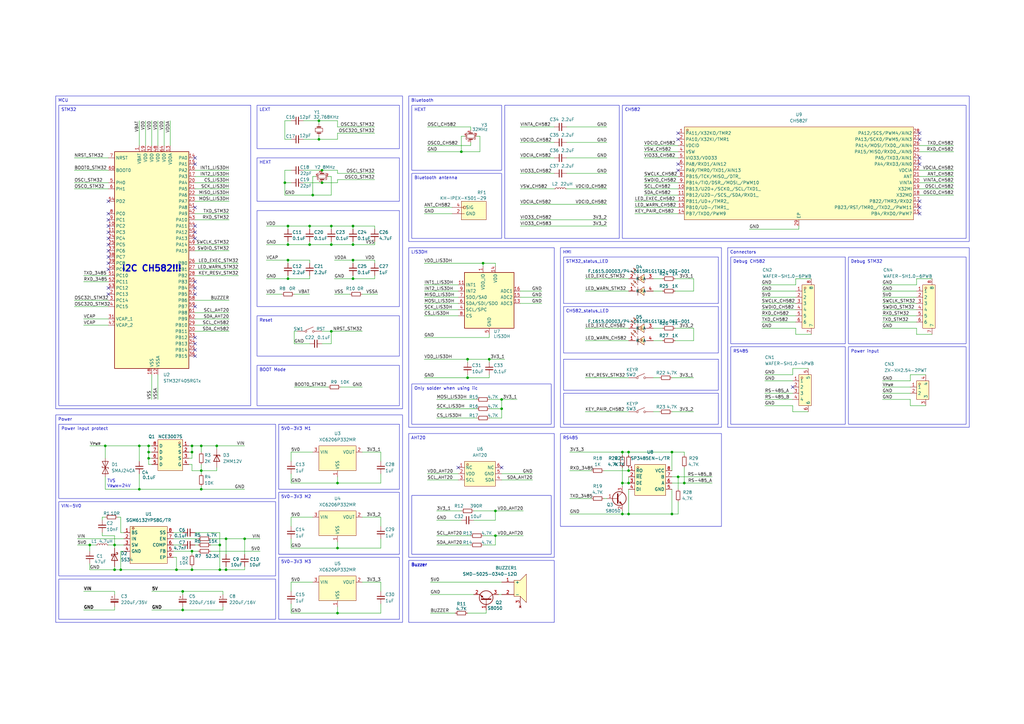
<source format=kicad_sch>
(kicad_sch
	(version 20231120)
	(generator "eeschema")
	(generator_version "8.0")
	(uuid "459b1290-9fd5-41db-8fde-f5488ef8e538")
	(paper "A3")
	(title_block
		(date "2024-03-08")
		(company "Northestern University at Qinhuangdao")
		(comment 1 "Author: Cao Wangrenbo")
		(comment 2 "E-mail: cao.wangrenbo@yandex.com")
	)
	
	(junction
		(at 60.96 182.88)
		(diameter 0)
		(color 0 0 0 0)
		(uuid "01014ebe-ccb5-43df-9077-80055e49eb61")
	)
	(junction
		(at 138.43 251.46)
		(diameter 0)
		(color 0 0 0 0)
		(uuid "0b73fbcf-1fd1-435b-aec1-738af00f0e12")
	)
	(junction
		(at 144.78 114.3)
		(diameter 0)
		(color 0 0 0 0)
		(uuid "0e005dde-ff9f-4907-8ed7-8438bc827dd3")
	)
	(junction
		(at 78.74 226.06)
		(diameter 0)
		(color 0 0 0 0)
		(uuid "1d7826ed-da86-473b-8a2a-e9ff2160e8ae")
	)
	(junction
		(at 78.74 182.88)
		(diameter 0)
		(color 0 0 0 0)
		(uuid "21e92e22-9ced-4cd0-ade0-6616be8f6249")
	)
	(junction
		(at 205.74 167.64)
		(diameter 0)
		(color 0 0 0 0)
		(uuid "34b43148-a1dc-47d8-8882-24710823ca41")
	)
	(junction
		(at 191.77 147.32)
		(diameter 0)
		(color 0 0 0 0)
		(uuid "370de8dd-9ae4-43a7-bdcd-49163055312e")
	)
	(junction
		(at 135.89 100.33)
		(diameter 0)
		(color 0 0 0 0)
		(uuid "39b5162b-9a71-4958-90c8-0ca0585b5c9e")
	)
	(junction
		(at 257.81 193.04)
		(diameter 0)
		(color 0 0 0 0)
		(uuid "3e32a662-c39a-4b4f-b8d5-01762e304e17")
	)
	(junction
		(at 278.13 195.58)
		(diameter 0)
		(color 0 0 0 0)
		(uuid "44639bf8-4361-4975-80a5-d20502d522b5")
	)
	(junction
		(at 118.11 106.68)
		(diameter 0)
		(color 0 0 0 0)
		(uuid "4535b617-398f-4fc6-a366-8f01ff05adf2")
	)
	(junction
		(at 127 100.33)
		(diameter 0)
		(color 0 0 0 0)
		(uuid "4b84eb04-616c-44c4-a4eb-cfeb5bd8562a")
	)
	(junction
		(at 78.74 233.68)
		(diameter 0)
		(color 0 0 0 0)
		(uuid "4c4bc9d5-de3a-41ba-8873-46ddd3e3274c")
	)
	(junction
		(at 138.43 198.12)
		(diameter 0)
		(color 0 0 0 0)
		(uuid "4dd4c235-7c3a-4480-ae3e-d8c8ab3c34be")
	)
	(junction
		(at 255.27 185.42)
		(diameter 0)
		(color 0 0 0 0)
		(uuid "51a31c88-b4f7-4fa4-b0f2-e9d2dcf4b8da")
	)
	(junction
		(at 74.93 242.57)
		(diameter 0)
		(color 0 0 0 0)
		(uuid "55649faa-0266-4ece-a8de-bad1b7b9a5f6")
	)
	(junction
		(at 82.55 200.66)
		(diameter 0)
		(color 0 0 0 0)
		(uuid "58c0698c-2689-4a26-8f9a-25f4d958fd29")
	)
	(junction
		(at 36.83 223.52)
		(diameter 0)
		(color 0 0 0 0)
		(uuid "63dcd0bb-b163-4ba5-a667-42deb7233f05")
	)
	(junction
		(at 132.08 74.93)
		(diameter 0)
		(color 0 0 0 0)
		(uuid "6d0c164e-471d-40e3-a38b-f0e0c9076ea9")
	)
	(junction
		(at 144.78 100.33)
		(diameter 0)
		(color 0 0 0 0)
		(uuid "6f490d4a-b601-458e-a029-88691b312b25")
	)
	(junction
		(at 132.08 69.85)
		(diameter 0)
		(color 0 0 0 0)
		(uuid "6f77989d-1bc5-466d-8302-7b44fb75fce2")
	)
	(junction
		(at 72.39 233.68)
		(diameter 0)
		(color 0 0 0 0)
		(uuid "70a38e8d-19d5-4189-8f33-57c1f1ef7d4d")
	)
	(junction
		(at 189.23 62.23)
		(diameter 0)
		(color 0 0 0 0)
		(uuid "7d863298-b08a-4801-8172-12d14e326416")
	)
	(junction
		(at 92.71 220.98)
		(diameter 0)
		(color 0 0 0 0)
		(uuid "7e55a015-bc75-42a2-a745-de46d19a17af")
	)
	(junction
		(at 255.27 198.12)
		(diameter 0)
		(color 0 0 0 0)
		(uuid "837b44bc-8382-4eb8-852d-f567434fee59")
	)
	(junction
		(at 205.74 163.83)
		(diameter 0)
		(color 0 0 0 0)
		(uuid "83c76c2d-bde6-4e8b-b75d-0c4a4e075bdc")
	)
	(junction
		(at 46.99 233.68)
		(diameter 0)
		(color 0 0 0 0)
		(uuid "844630f2-ef1c-404c-9f1d-72a64a8a73e7")
	)
	(junction
		(at 275.59 210.82)
		(diameter 0)
		(color 0 0 0 0)
		(uuid "849c1102-9d18-4af4-bc42-c5e54d77b5ad")
	)
	(junction
		(at 116.84 74.93)
		(diameter 0)
		(color 0 0 0 0)
		(uuid "85d36d56-1879-4d58-84c9-5927970e780f")
	)
	(junction
		(at 82.55 182.88)
		(diameter 0)
		(color 0 0 0 0)
		(uuid "86bb18cb-00f2-49c4-b32d-ae44d58f0dd2")
	)
	(junction
		(at 118.11 100.33)
		(diameter 0)
		(color 0 0 0 0)
		(uuid "8da590f5-7cb2-4aa0-bd48-8dd71573bdb6")
	)
	(junction
		(at 135.89 92.71)
		(diameter 0)
		(color 0 0 0 0)
		(uuid "8f94f68f-ffa7-4a27-82dc-d68675cfcac3")
	)
	(junction
		(at 118.11 92.71)
		(diameter 0)
		(color 0 0 0 0)
		(uuid "96e099f4-609a-4b0c-b269-6df0ca5d755c")
	)
	(junction
		(at 88.9 182.88)
		(diameter 0)
		(color 0 0 0 0)
		(uuid "9af1e921-b1f1-4d17-849d-fda050dc1424")
	)
	(junction
		(at 200.66 147.32)
		(diameter 0)
		(color 0 0 0 0)
		(uuid "9b655536-fdc9-4c42-a4e7-98e808de7c9a")
	)
	(junction
		(at 257.81 198.12)
		(diameter 0)
		(color 0 0 0 0)
		(uuid "9c3e1513-8580-485d-aa72-71b737a412c5")
	)
	(junction
		(at 57.15 182.88)
		(diameter 0)
		(color 0 0 0 0)
		(uuid "a5c83730-54b3-421b-bbb9-a0ee072e7afe")
	)
	(junction
		(at 127 92.71)
		(diameter 0)
		(color 0 0 0 0)
		(uuid "aa849d7c-f915-4864-a1dd-2213651b3985")
	)
	(junction
		(at 118.11 114.3)
		(diameter 0)
		(color 0 0 0 0)
		(uuid "ade284a0-fd9a-4779-b7ee-a0400ea34b38")
	)
	(junction
		(at 49.53 233.68)
		(diameter 0)
		(color 0 0 0 0)
		(uuid "aebb20ee-57c8-45df-b043-168f423337c4")
	)
	(junction
		(at 43.18 182.88)
		(diameter 0)
		(color 0 0 0 0)
		(uuid "af08d4b7-ca62-423f-8f18-ec1dc38788e5")
	)
	(junction
		(at 198.12 107.95)
		(diameter 0)
		(color 0 0 0 0)
		(uuid "af6386b9-dd8b-433b-a948-7b4f3a0a55a1")
	)
	(junction
		(at 130.81 57.15)
		(diameter 0)
		(color 0 0 0 0)
		(uuid "b17ace5b-f573-4a3c-a042-6333209917a2")
	)
	(junction
		(at 255.27 210.82)
		(diameter 0)
		(color 0 0 0 0)
		(uuid "b2bcf04d-b1ad-42b9-8b6a-c700967cec47")
	)
	(junction
		(at 203.2 219.71)
		(diameter 0)
		(color 0 0 0 0)
		(uuid "b7f4d7dc-93a5-48f1-83cd-15407db8ad8d")
	)
	(junction
		(at 128.27 80.01)
		(diameter 0)
		(color 0 0 0 0)
		(uuid "b950b7eb-d047-45c7-a91a-6b191694d4fc")
	)
	(junction
		(at 130.81 49.53)
		(diameter 0)
		(color 0 0 0 0)
		(uuid "bb0724de-cac9-4bbf-9616-78ca5ee5d7f7")
	)
	(junction
		(at 144.78 106.68)
		(diameter 0)
		(color 0 0 0 0)
		(uuid "bef0fdbd-be79-4edc-8599-ce93ebfdda3f")
	)
	(junction
		(at 100.33 220.98)
		(diameter 0)
		(color 0 0 0 0)
		(uuid "c4eb1386-1a4a-4e01-833d-198efa32fc00")
	)
	(junction
		(at 90.17 223.52)
		(diameter 0)
		(color 0 0 0 0)
		(uuid "c76db775-b31d-43b1-9f4b-702c57d44c40")
	)
	(junction
		(at 82.55 193.04)
		(diameter 0)
		(color 0 0 0 0)
		(uuid "c82de1ca-0c8b-4bfc-b706-092224e3fa70")
	)
	(junction
		(at 257.81 185.42)
		(diameter 0)
		(color 0 0 0 0)
		(uuid "c9622064-52db-47ee-a1d2-0c3a75036ad0")
	)
	(junction
		(at 280.67 198.12)
		(diameter 0)
		(color 0 0 0 0)
		(uuid "ccdb6e1d-18b6-4502-b7b3-29ef720d5a4a")
	)
	(junction
		(at 92.71 233.68)
		(diameter 0)
		(color 0 0 0 0)
		(uuid "cd6a9dad-60d0-49e8-be04-c22edf7141a7")
	)
	(junction
		(at 60.96 185.42)
		(diameter 0)
		(color 0 0 0 0)
		(uuid "cdcb25a6-d426-46d8-8f94-8d48fea3a073")
	)
	(junction
		(at 78.74 185.42)
		(diameter 0)
		(color 0 0 0 0)
		(uuid "d02c05d1-c83f-495a-a245-675379fdd362")
	)
	(junction
		(at 138.43 224.79)
		(diameter 0)
		(color 0 0 0 0)
		(uuid "d164b278-0390-4e58-b3be-a8dae4c6523c")
	)
	(junction
		(at 135.89 135.89)
		(diameter 0)
		(color 0 0 0 0)
		(uuid "d7e93c38-e2ed-4cdc-989d-c6d93d662abf")
	)
	(junction
		(at 191.77 154.94)
		(diameter 0)
		(color 0 0 0 0)
		(uuid "dc9707d0-2294-406b-b611-4ec613ead944")
	)
	(junction
		(at 257.81 210.82)
		(diameter 0)
		(color 0 0 0 0)
		(uuid "e2dc7fd8-bc6d-4763-bac6-a90e37d8f593")
	)
	(junction
		(at 74.93 250.19)
		(diameter 0)
		(color 0 0 0 0)
		(uuid "e5d01796-2d6b-4fcc-841e-d995a9636c2e")
	)
	(junction
		(at 275.59 185.42)
		(diameter 0)
		(color 0 0 0 0)
		(uuid "e6d8ec83-e239-4695-aaee-7692361b3347")
	)
	(junction
		(at 203.2 209.55)
		(diameter 0)
		(color 0 0 0 0)
		(uuid "e82cfd9f-ad9b-43f4-9a16-dbc97810174b")
	)
	(junction
		(at 46.99 223.52)
		(diameter 0)
		(color 0 0 0 0)
		(uuid "f6bd95fc-6d26-4df0-a62b-e95fe9c6a543")
	)
	(junction
		(at 57.15 200.66)
		(diameter 0)
		(color 0 0 0 0)
		(uuid "f6dbd4d0-afc8-4f3b-9b67-a8b6977a56cd")
	)
	(junction
		(at 60.96 187.96)
		(diameter 0)
		(color 0 0 0 0)
		(uuid "f8433e4b-3445-4383-8698-946b20ee2fd1")
	)
	(junction
		(at 90.17 233.68)
		(diameter 0)
		(color 0 0 0 0)
		(uuid "fc3c51b3-e7d5-400c-96c7-9adaffe799f8")
	)
	(junction
		(at 144.78 92.71)
		(diameter 0)
		(color 0 0 0 0)
		(uuid "fd4dafeb-37c4-4b96-a144-e89276267e72")
	)
	(no_connect
		(at 187.96 191.77)
		(uuid "00d2105e-4d49-41af-9367-d170d1dcad64")
	)
	(no_connect
		(at 80.01 138.43)
		(uuid "012ba512-d8c1-4282-a5db-280d37eb3ef6")
	)
	(no_connect
		(at 377.19 64.77)
		(uuid "0c1c690e-4dfd-4eaa-9fc3-fe63ee368eeb")
	)
	(no_connect
		(at 44.45 107.95)
		(uuid "1ce3c4f6-e2d6-4ff4-8cdd-f8b9bd4fd965")
	)
	(no_connect
		(at 44.45 82.55)
		(uuid "25a1c4e3-879d-4fba-a67f-26e7712670d7")
	)
	(no_connect
		(at 325.12 158.75)
		(uuid "2b459ac6-4cc5-4878-a36a-815e8d1e7d85")
	)
	(no_connect
		(at 44.45 118.11)
		(uuid "37c0acc8-b52d-480e-85fc-e4ff28ed30cb")
	)
	(no_connect
		(at 80.01 67.31)
		(uuid "3ae9d26f-745c-4fd9-86bc-e3a5ac61761d")
	)
	(no_connect
		(at 44.45 105.41)
		(uuid "480b40c1-69cd-45e5-ad20-2e97acb49ecb")
	)
	(no_connect
		(at 44.45 120.65)
		(uuid "509b898d-686e-4971-86ff-7cade11f585d")
	)
	(no_connect
		(at 377.19 54.61)
		(uuid "5409a946-358a-41f7-9001-2a6dc0207287")
	)
	(no_connect
		(at 44.45 95.25)
		(uuid "544a79be-a64e-4d3c-826d-197a83b7017d")
	)
	(no_connect
		(at 44.45 102.87)
		(uuid "550dcbd1-6b49-4bdf-8e9e-341c53dc9aed")
	)
	(no_connect
		(at 44.45 87.63)
		(uuid "58ff6725-0d4d-499e-8b50-de887300da89")
	)
	(no_connect
		(at 80.01 115.57)
		(uuid "5ace6540-b4fc-402b-8ece-880711d2e654")
	)
	(no_connect
		(at 377.19 87.63)
		(uuid "5d057160-fadd-44d0-99ca-d1c547b7a1a0")
	)
	(no_connect
		(at 80.01 125.73)
		(uuid "665aca1e-19b9-45de-8c86-0f0e4a8c9c4b")
	)
	(no_connect
		(at 80.01 64.77)
		(uuid "6dd972eb-988a-41a4-8a7e-4ca1b2e82046")
	)
	(no_connect
		(at 80.01 120.65)
		(uuid "6e33c38a-ce78-48a8-8d10-d04e3bb384f5")
	)
	(no_connect
		(at 44.45 110.49)
		(uuid "6f5b85e6-c025-4e62-b558-3d1e3cf95645")
	)
	(no_connect
		(at 80.01 95.25)
		(uuid "7ae1623f-1f91-4c65-92df-dd731b3242e9")
	)
	(no_connect
		(at 80.01 85.09)
		(uuid "88cf8c77-a2fd-4098-a292-a59931dbf706")
	)
	(no_connect
		(at 80.01 140.97)
		(uuid "8950bf12-71f6-4754-8874-2cbb2bc1e4dc")
	)
	(no_connect
		(at 377.19 85.09)
		(uuid "8a0c3d9b-1cb3-4428-bb5c-155a15af13c8")
	)
	(no_connect
		(at 80.01 143.51)
		(uuid "946addbd-5c56-4c5a-b420-7b066d6eddde")
	)
	(no_connect
		(at 278.13 67.31)
		(uuid "94b2d84a-0474-4db7-8ccd-88d672fcdc07")
	)
	(no_connect
		(at 80.01 92.71)
		(uuid "96f87544-cfcd-414a-b057-b7c1f091f198")
	)
	(no_connect
		(at 278.13 57.15)
		(uuid "a193e346-9d4f-41c0-bf2b-c2e3f4c7f397")
	)
	(no_connect
		(at 278.13 54.61)
		(uuid "a28e9875-db9c-4379-8cd4-627eb3ef92a1")
	)
	(no_connect
		(at 44.45 97.79)
		(uuid "a57675a5-5137-4ac4-983a-9ec9cfd74910")
	)
	(no_connect
		(at 80.01 118.11)
		(uuid "a9540513-9378-4945-9ae3-56d1ee635c67")
	)
	(no_connect
		(at 377.19 67.31)
		(uuid "ae041dfe-ba19-4974-8131-d945367b838b")
	)
	(no_connect
		(at 44.45 90.17)
		(uuid "ba0076ad-e95a-4581-b311-5729e4a9fe55")
	)
	(no_connect
		(at 205.74 191.77)
		(uuid "c0b20eb4-701e-4fdd-b074-f74839404e97")
	)
	(no_connect
		(at 44.45 100.33)
		(uuid "c5572b00-9c3b-4dad-adfc-39672af0e23a")
	)
	(no_connect
		(at 80.01 146.05)
		(uuid "c5da96e3-469b-4241-8baf-6218d7e5ff4b")
	)
	(no_connect
		(at 44.45 92.71)
		(uuid "c905fdf1-fc2c-4920-a773-8ae6d2b43ed9")
	)
	(no_connect
		(at 377.19 57.15)
		(uuid "ce0fa3fb-4b24-4fe3-a173-52cad1b56239")
	)
	(no_connect
		(at 377.19 82.55)
		(uuid "d80d25b0-28d8-4bfd-879c-a5eae4449a32")
	)
	(no_connect
		(at 278.13 69.85)
		(uuid "e0d9f3d6-e84c-4a63-b1b9-4a6870bae47d")
	)
	(no_connect
		(at 80.01 97.79)
		(uuid "ff622240-0fad-4bce-b819-40e783063c93")
	)
	(wire
		(pts
			(xy 34.29 250.19) (xy 46.99 250.19)
		)
		(stroke
			(width 0)
			(type default)
		)
		(uuid "00461672-af84-4d1c-af5d-86023c90c70b")
	)
	(wire
		(pts
			(xy 312.42 124.46) (xy 326.39 124.46)
		)
		(stroke
			(width 0)
			(type default)
		)
		(uuid "00550c02-61ca-4a04-b3b5-8eb4d6bff28c")
	)
	(wire
		(pts
			(xy 134.62 72.39) (xy 135.89 72.39)
		)
		(stroke
			(width 0)
			(type default)
		)
		(uuid "00f1af26-0e72-403b-abc6-93680dfc66bb")
	)
	(wire
		(pts
			(xy 62.23 250.19) (xy 74.93 250.19)
		)
		(stroke
			(width 0)
			(type default)
		)
		(uuid "01b271bf-e7f1-483e-9795-8df055c81502")
	)
	(wire
		(pts
			(xy 173.99 124.46) (xy 187.96 124.46)
		)
		(stroke
			(width 0)
			(type default)
		)
		(uuid "02ab450a-b3d3-46e7-bd97-d1ff3e12d294")
	)
	(wire
		(pts
			(xy 275.59 200.66) (xy 275.59 210.82)
		)
		(stroke
			(width 0)
			(type default)
		)
		(uuid "03a5d233-9c73-425b-9af5-e1bb1fce24ae")
	)
	(wire
		(pts
			(xy 326.39 116.84) (xy 326.39 114.3)
		)
		(stroke
			(width 0)
			(type default)
		)
		(uuid "03b610c9-58b7-4628-82ad-0c4e9e191616")
	)
	(wire
		(pts
			(xy 127 100.33) (xy 135.89 100.33)
		)
		(stroke
			(width 0)
			(type default)
		)
		(uuid "0484fbf2-bcf0-4072-8200-bdda27e31fe4")
	)
	(wire
		(pts
			(xy 191.77 251.46) (xy 199.39 251.46)
		)
		(stroke
			(width 0)
			(type default)
		)
		(uuid "04855300-c823-4fdd-ba7d-e88320567be1")
	)
	(wire
		(pts
			(xy 275.59 168.91) (xy 284.48 168.91)
		)
		(stroke
			(width 0)
			(type default)
		)
		(uuid "055dd24f-b89a-4d02-a90c-a091bc22f2a9")
	)
	(wire
		(pts
			(xy 313.69 156.21) (xy 325.12 156.21)
		)
		(stroke
			(width 0)
			(type default)
		)
		(uuid "064ea3ea-36e7-4177-ac29-54ffdbcb8d11")
	)
	(wire
		(pts
			(xy 179.07 223.52) (xy 193.04 223.52)
		)
		(stroke
			(width 0)
			(type default)
		)
		(uuid "072b445d-e7a9-4121-8688-d1159f0b3e2b")
	)
	(wire
		(pts
			(xy 135.89 135.89) (xy 148.59 135.89)
		)
		(stroke
			(width 0)
			(type default)
		)
		(uuid "0786c366-152a-4944-8f8a-3296c025f864")
	)
	(wire
		(pts
			(xy 135.89 140.97) (xy 132.08 140.97)
		)
		(stroke
			(width 0)
			(type default)
		)
		(uuid "07d23a6d-8673-49bb-8a7e-a9674aa10fef")
	)
	(wire
		(pts
			(xy 100.33 232.41) (xy 100.33 233.68)
		)
		(stroke
			(width 0)
			(type default)
		)
		(uuid "07f7435b-d22d-47ca-bfc8-97ff25eed90d")
	)
	(wire
		(pts
			(xy 213.36 52.07) (xy 227.33 52.07)
		)
		(stroke
			(width 0)
			(type default)
		)
		(uuid "084a9e88-2be6-43cf-b4f9-6b0b2bbf8b8f")
	)
	(wire
		(pts
			(xy 173.99 129.54) (xy 187.96 129.54)
		)
		(stroke
			(width 0)
			(type default)
		)
		(uuid "08a83efd-4b57-4995-8ac8-8461b539a7bb")
	)
	(wire
		(pts
			(xy 62.23 190.5) (xy 60.96 190.5)
		)
		(stroke
			(width 0)
			(type default)
		)
		(uuid "09fc3219-2eeb-401f-80f1-e8d2cc2498b0")
	)
	(wire
		(pts
			(xy 46.99 223.52) (xy 50.8 223.52)
		)
		(stroke
			(width 0)
			(type default)
		)
		(uuid "0a9886d5-44d1-4f47-83ed-f1a76100c1f2")
	)
	(wire
		(pts
			(xy 119.38 238.76) (xy 119.38 242.57)
		)
		(stroke
			(width 0)
			(type default)
		)
		(uuid "0b22af78-9ce0-471c-88f8-4db87015ed31")
	)
	(wire
		(pts
			(xy 331.47 151.13) (xy 325.12 151.13)
		)
		(stroke
			(width 0)
			(type default)
		)
		(uuid "0b3035ac-1d89-41b9-b624-f32bc4906bcf")
	)
	(wire
		(pts
			(xy 278.13 210.82) (xy 278.13 205.74)
		)
		(stroke
			(width 0)
			(type default)
		)
		(uuid "0b75683f-0afb-4f23-a797-ad1e48298079")
	)
	(wire
		(pts
			(xy 71.12 218.44) (xy 74.93 218.44)
		)
		(stroke
			(width 0)
			(type default)
		)
		(uuid "0bcf7984-01a1-4b9d-a862-473ca97bcd34")
	)
	(wire
		(pts
			(xy 377.19 77.47) (xy 391.16 77.47)
		)
		(stroke
			(width 0)
			(type default)
		)
		(uuid "0ca1dbe1-4fef-4d29-a8e9-7de5451b6a55")
	)
	(wire
		(pts
			(xy 135.89 72.39) (xy 135.89 80.01)
		)
		(stroke
			(width 0)
			(type default)
		)
		(uuid "0e16ff1c-0cfb-4863-9736-dd4431085f4f")
	)
	(wire
		(pts
			(xy 41.91 218.44) (xy 41.91 219.71)
		)
		(stroke
			(width 0)
			(type default)
		)
		(uuid "0e37fe64-ef14-4137-9dab-b7e14a3bdce5")
	)
	(wire
		(pts
			(xy 203.2 219.71) (xy 203.2 223.52)
		)
		(stroke
			(width 0)
			(type default)
		)
		(uuid "0e515fe5-6706-40cf-a957-964287af5f45")
	)
	(wire
		(pts
			(xy 138.43 49.53) (xy 138.43 52.07)
		)
		(stroke
			(width 0)
			(type default)
		)
		(uuid "0e9f89a6-21a6-4d75-bcb6-35e06e9c499d")
	)
	(wire
		(pts
			(xy 78.74 182.88) (xy 78.74 185.42)
		)
		(stroke
			(width 0)
			(type default)
		)
		(uuid "0eec6dc1-d604-4a9b-9de5-2817d3bfdc83")
	)
	(wire
		(pts
			(xy 118.11 113.03) (xy 118.11 114.3)
		)
		(stroke
			(width 0)
			(type default)
		)
		(uuid "0f671cb3-dff6-4ee2-803a-fec417002cf0")
	)
	(wire
		(pts
			(xy 82.55 182.88) (xy 88.9 182.88)
		)
		(stroke
			(width 0)
			(type default)
		)
		(uuid "0fb8a8b4-c18d-41fc-93c4-19ad185f68cd")
	)
	(wire
		(pts
			(xy 373.38 166.37) (xy 379.73 166.37)
		)
		(stroke
			(width 0)
			(type default)
		)
		(uuid "1079555a-8f46-4382-871e-61daaa830d56")
	)
	(wire
		(pts
			(xy 90.17 233.68) (xy 78.74 233.68)
		)
		(stroke
			(width 0)
			(type default)
		)
		(uuid "10bcd125-58ff-4f10-95e0-b67820292b2d")
	)
	(wire
		(pts
			(xy 43.18 200.66) (xy 57.15 200.66)
		)
		(stroke
			(width 0)
			(type default)
		)
		(uuid "1121f14f-5bab-442c-9435-600166d6223d")
	)
	(wire
		(pts
			(xy 78.74 190.5) (xy 77.47 190.5)
		)
		(stroke
			(width 0)
			(type default)
		)
		(uuid "115967ea-778e-4fe8-b143-d72308071c5a")
	)
	(wire
		(pts
			(xy 375.92 137.16) (xy 382.27 137.16)
		)
		(stroke
			(width 0)
			(type default)
		)
		(uuid "13052378-926b-489f-a94a-72eff59f93bc")
	)
	(wire
		(pts
			(xy 30.48 77.47) (xy 44.45 77.47)
		)
		(stroke
			(width 0)
			(type default)
		)
		(uuid "13532392-73c7-4b5b-aed7-fafd07ef6360")
	)
	(wire
		(pts
			(xy 127 113.03) (xy 127 114.3)
		)
		(stroke
			(width 0)
			(type default)
		)
		(uuid "1362af6f-6c3e-4f84-831b-34e8e23edc4d")
	)
	(wire
		(pts
			(xy 109.22 100.33) (xy 118.11 100.33)
		)
		(stroke
			(width 0)
			(type default)
		)
		(uuid "152c5b4b-6a43-425f-b647-735043d724a7")
	)
	(wire
		(pts
			(xy 267.97 134.62) (xy 271.78 134.62)
		)
		(stroke
			(width 0)
			(type default)
		)
		(uuid "15c8dafa-9927-4e15-b2fb-5955be4c771d")
	)
	(wire
		(pts
			(xy 80.01 128.27) (xy 93.98 128.27)
		)
		(stroke
			(width 0)
			(type default)
		)
		(uuid "160616eb-6b67-4ce3-8912-5ebd12778095")
	)
	(wire
		(pts
			(xy 44.45 223.52) (xy 46.99 223.52)
		)
		(stroke
			(width 0)
			(type default)
		)
		(uuid "1618a7ec-57b9-4ff8-ba8a-bc3db95bcd55")
	)
	(wire
		(pts
			(xy 233.68 210.82) (xy 255.27 210.82)
		)
		(stroke
			(width 0)
			(type default)
		)
		(uuid "169aa3b3-818f-4876-bb38-e118c29489ac")
	)
	(wire
		(pts
			(xy 36.83 231.14) (xy 36.83 233.68)
		)
		(stroke
			(width 0)
			(type default)
		)
		(uuid "169e4a36-2b4d-4dd9-b6e0-b10ffda8beb9")
	)
	(wire
		(pts
			(xy 205.74 194.31) (xy 218.44 194.31)
		)
		(stroke
			(width 0)
			(type default)
		)
		(uuid "16dee0af-a254-4a1d-986f-ec5cac17a6d2")
	)
	(wire
		(pts
			(xy 276.86 114.3) (xy 284.48 114.3)
		)
		(stroke
			(width 0)
			(type default)
		)
		(uuid "1706a771-f57f-4ebe-9676-8ca7c76c73fc")
	)
	(wire
		(pts
			(xy 138.43 195.58) (xy 138.43 198.12)
		)
		(stroke
			(width 0)
			(type default)
		)
		(uuid "189a91bb-0815-48a4-9584-bd1b791cf3f7")
	)
	(wire
		(pts
			(xy 232.41 64.77) (xy 248.92 64.77)
		)
		(stroke
			(width 0)
			(type default)
		)
		(uuid "18bb3698-4649-4018-9025-5a4f340ec707")
	)
	(wire
		(pts
			(xy 198.12 109.22) (xy 198.12 107.95)
		)
		(stroke
			(width 0)
			(type default)
		)
		(uuid "195e54c4-95fb-4c42-9723-6da1bbe38a81")
	)
	(wire
		(pts
			(xy 275.59 185.42) (xy 275.59 193.04)
		)
		(stroke
			(width 0)
			(type default)
		)
		(uuid "1c2195cd-c2ba-4189-bf27-5eea238adc9f")
	)
	(wire
		(pts
			(xy 30.48 64.77) (xy 44.45 64.77)
		)
		(stroke
			(width 0)
			(type default)
		)
		(uuid "1c62e0af-4bcc-4185-b566-0e0c0a010e40")
	)
	(wire
		(pts
			(xy 156.21 215.9) (xy 156.21 212.09)
		)
		(stroke
			(width 0)
			(type default)
		)
		(uuid "1d7ab3e6-d3a9-484b-8109-bb4eea92f2d7")
	)
	(wire
		(pts
			(xy 78.74 185.42) (xy 78.74 187.96)
		)
		(stroke
			(width 0)
			(type default)
		)
		(uuid "1dedc4dc-f164-4ccf-bf7b-c39c19c0f072")
	)
	(wire
		(pts
			(xy 240.03 114.3) (xy 257.81 114.3)
		)
		(stroke
			(width 0)
			(type default)
		)
		(uuid "1f0b6ea3-ecf9-4d35-998f-d4c77f7adc00")
	)
	(wire
		(pts
			(xy 173.99 138.43) (xy 200.66 138.43)
		)
		(stroke
			(width 0)
			(type default)
		)
		(uuid "1f63b63a-bee1-4851-b36a-bfdf2bba8093")
	)
	(wire
		(pts
			(xy 46.99 223.52) (xy 46.99 224.79)
		)
		(stroke
			(width 0)
			(type default)
		)
		(uuid "1f7c82ec-e136-4bdc-aeb5-178cba0689dd")
	)
	(wire
		(pts
			(xy 80.01 90.17) (xy 93.98 90.17)
		)
		(stroke
			(width 0)
			(type default)
		)
		(uuid "20f8d935-f85b-4bdc-a3bd-f29c9b584987")
	)
	(wire
		(pts
			(xy 90.17 223.52) (xy 90.17 233.68)
		)
		(stroke
			(width 0)
			(type default)
		)
		(uuid "21a77fa4-da72-4c0d-b78b-c4532dae7d68")
	)
	(wire
		(pts
			(xy 278.13 195.58) (xy 278.13 200.66)
		)
		(stroke
			(width 0)
			(type default)
		)
		(uuid "22ad6289-0de5-4250-945a-b56ae025918f")
	)
	(wire
		(pts
			(xy 213.36 83.82) (xy 248.92 83.82)
		)
		(stroke
			(width 0)
			(type default)
		)
		(uuid "240f8b1a-c2ad-49e7-b4ac-ab48c976909f")
	)
	(wire
		(pts
			(xy 312.42 119.38) (xy 326.39 119.38)
		)
		(stroke
			(width 0)
			(type default)
		)
		(uuid "24944333-6444-4762-8511-1e12c8194039")
	)
	(wire
		(pts
			(xy 255.27 185.42) (xy 257.81 185.42)
		)
		(stroke
			(width 0)
			(type default)
		)
		(uuid "249840c0-effb-44dd-8e90-22def6dd5a11")
	)
	(wire
		(pts
			(xy 198.12 223.52) (xy 203.2 223.52)
		)
		(stroke
			(width 0)
			(type default)
		)
		(uuid "24a9b414-394c-4437-9e1d-581f06aedf6e")
	)
	(wire
		(pts
			(xy 276.86 134.62) (xy 284.48 134.62)
		)
		(stroke
			(width 0)
			(type default)
		)
		(uuid "24ea5f51-a908-40a4-b7d2-863aa5861920")
	)
	(wire
		(pts
			(xy 137.16 114.3) (xy 144.78 114.3)
		)
		(stroke
			(width 0)
			(type default)
		)
		(uuid "251c6bf7-f937-4750-8a68-3b3c9f9d6077")
	)
	(wire
		(pts
			(xy 264.16 59.69) (xy 278.13 59.69)
		)
		(stroke
			(width 0)
			(type default)
		)
		(uuid "268e1f38-a4a8-46f6-a03b-e594cabe08d7")
	)
	(wire
		(pts
			(xy 138.43 57.15) (xy 138.43 54.61)
		)
		(stroke
			(width 0)
			(type default)
		)
		(uuid "26db1f30-cb69-48b2-ab66-77d8e060f7c7")
	)
	(wire
		(pts
			(xy 91.44 248.92) (xy 91.44 250.19)
		)
		(stroke
			(width 0)
			(type default)
		)
		(uuid "27ede8f0-61df-4b4f-be0b-e27c379ada30")
	)
	(wire
		(pts
			(xy 156.21 238.76) (xy 148.59 238.76)
		)
		(stroke
			(width 0)
			(type default)
		)
		(uuid "2869caaf-b17b-4fc6-9fdc-1a9bcce7f523")
	)
	(wire
		(pts
			(xy 128.27 72.39) (xy 128.27 80.01)
		)
		(stroke
			(width 0)
			(type default)
		)
		(uuid "28b2442e-7491-4e93-b6b5-c4289c2db839")
	)
	(wire
		(pts
			(xy 280.67 191.77) (xy 280.67 198.12)
		)
		(stroke
			(width 0)
			(type default)
		)
		(uuid "298426cf-786b-48ef-80a1-5e5c9d51219a")
	)
	(wire
		(pts
			(xy 375.92 114.3) (xy 382.27 114.3)
		)
		(stroke
			(width 0)
			(type default)
		)
		(uuid "2a2c7419-8c73-4117-90b3-0ee0609d3589")
	)
	(wire
		(pts
			(xy 138.43 198.12) (xy 156.21 198.12)
		)
		(stroke
			(width 0)
			(type default)
		)
		(uuid "2b640cdc-29b5-4ccb-9830-cd6cd28b0267")
	)
	(wire
		(pts
			(xy 377.19 59.69) (xy 391.16 59.69)
		)
		(stroke
			(width 0)
			(type default)
		)
		(uuid "2bbb1be9-fa08-4cd6-af54-03935df7fe22")
	)
	(wire
		(pts
			(xy 43.18 182.88) (xy 43.18 187.96)
		)
		(stroke
			(width 0)
			(type default)
		)
		(uuid "2c2d16f4-65c6-4c69-b26c-79fa242a1946")
	)
	(wire
		(pts
			(xy 313.69 163.83) (xy 325.12 163.83)
		)
		(stroke
			(width 0)
			(type default)
		)
		(uuid "2cb68710-c27d-491f-b6f7-40b839816a72")
	)
	(wire
		(pts
			(xy 130.81 49.53) (xy 130.81 50.8)
		)
		(stroke
			(width 0)
			(type default)
		)
		(uuid "2dac9f35-6c55-4368-9c1e-fe43a021ae37")
	)
	(wire
		(pts
			(xy 82.55 193.04) (xy 88.9 193.04)
		)
		(stroke
			(width 0)
			(type default)
		)
		(uuid "2df51cb7-03ed-47f9-8b76-5878ee0f44ff")
	)
	(wire
		(pts
			(xy 200.66 163.83) (xy 205.74 163.83)
		)
		(stroke
			(width 0)
			(type default)
		)
		(uuid "2e8ca3d5-0315-4cb4-ad96-6ef1af95713a")
	)
	(wire
		(pts
			(xy 191.77 153.67) (xy 191.77 154.94)
		)
		(stroke
			(width 0)
			(type default)
		)
		(uuid "2eeb1536-dce8-48a7-8785-1fda9c9a833a")
	)
	(wire
		(pts
			(xy 156.21 212.09) (xy 148.59 212.09)
		)
		(stroke
			(width 0)
			(type default)
		)
		(uuid "2ef2d101-0a77-4c81-ae32-1954557235c0")
	)
	(wire
		(pts
			(xy 82.55 200.66) (xy 82.55 199.39)
		)
		(stroke
			(width 0)
			(type default)
		)
		(uuid "2f5fb2d2-ae49-4b74-bcdf-d57b57e8ed61")
	)
	(wire
		(pts
			(xy 124.46 49.53) (xy 130.81 49.53)
		)
		(stroke
			(width 0)
			(type default)
		)
		(uuid "2fa43595-abcb-4152-bf5c-c96aaf997b8c")
	)
	(wire
		(pts
			(xy 275.59 154.94) (xy 284.48 154.94)
		)
		(stroke
			(width 0)
			(type default)
		)
		(uuid "312d062f-6035-4636-8f22-23550583b3f0")
	)
	(wire
		(pts
			(xy 135.89 140.97) (xy 135.89 135.89)
		)
		(stroke
			(width 0)
			(type default)
		)
		(uuid "317ba694-72dc-417b-bb24-d392a4a5ab41")
	)
	(wire
		(pts
			(xy 118.11 114.3) (xy 127 114.3)
		)
		(stroke
			(width 0)
			(type default)
		)
		(uuid "320ffd26-eb21-4cb0-b6bf-cfb1de62359d")
	)
	(wire
		(pts
			(xy 124.46 69.85) (xy 132.08 69.85)
		)
		(stroke
			(width 0)
			(type default)
		)
		(uuid "33271ec9-c6a4-41d6-86af-01a5b38556f4")
	)
	(wire
		(pts
			(xy 267.97 139.7) (xy 271.78 139.7)
		)
		(stroke
			(width 0)
			(type default)
		)
		(uuid "34aaec8c-3aa3-4807-bd88-93bbea013cc4")
	)
	(wire
		(pts
			(xy 109.22 106.68) (xy 118.11 106.68)
		)
		(stroke
			(width 0)
			(type default)
		)
		(uuid "34ab7eed-d0a4-4f00-befb-8cbe37866175")
	)
	(wire
		(pts
			(xy 144.78 106.68) (xy 153.67 106.68)
		)
		(stroke
			(width 0)
			(type default)
		)
		(uuid "35ccb3a7-4bee-4be0-9e56-0445d26c3d58")
	)
	(wire
		(pts
			(xy 247.65 204.47) (xy 248.92 204.47)
		)
		(stroke
			(width 0)
			(type default)
		)
		(uuid "36514f3e-d74e-4404-b3b6-8e4656987ed1")
	)
	(wire
		(pts
			(xy 193.04 58.42) (xy 193.04 59.69)
		)
		(stroke
			(width 0)
			(type default)
		)
		(uuid "36cd9401-239b-4443-a460-a2d5b7a0d0f7")
	)
	(wire
		(pts
			(xy 82.55 190.5) (xy 82.55 193.04)
		)
		(stroke
			(width 0)
			(type default)
		)
		(uuid "37759fcf-0185-435a-8355-9007917f167e")
	)
	(wire
		(pts
			(xy 130.81 57.15) (xy 130.81 55.88)
		)
		(stroke
			(width 0)
			(type default)
		)
		(uuid "3786064b-46c8-424a-a011-80f6b6d6ae7e")
	)
	(wire
		(pts
			(xy 92.71 233.68) (xy 90.17 233.68)
		)
		(stroke
			(width 0)
			(type default)
		)
		(uuid "38808eab-aa3f-4486-90eb-ff4a93685573")
	)
	(wire
		(pts
			(xy 49.53 233.68) (xy 72.39 233.68)
		)
		(stroke
			(width 0)
			(type default)
		)
		(uuid "38e7a143-dd25-4709-952b-5afba35f52df")
	)
	(wire
		(pts
			(xy 240.03 154.94) (xy 257.81 154.94)
		)
		(stroke
			(width 0)
			(type default)
		)
		(uuid "3902d48c-0eb8-4b26-9234-d794319e2419")
	)
	(wire
		(pts
			(xy 34.29 113.03) (xy 44.45 113.03)
		)
		(stroke
			(width 0)
			(type default)
		)
		(uuid "39ba31d5-bc4e-47f6-bbbd-45370be68533")
	)
	(wire
		(pts
			(xy 156.21 189.23) (xy 156.21 185.42)
		)
		(stroke
			(width 0)
			(type default)
		)
		(uuid "3a5983b7-55f2-47cf-8434-f18778a835ea")
	)
	(wire
		(pts
			(xy 267.97 114.3) (xy 271.78 114.3)
		)
		(stroke
			(width 0)
			(type default)
		)
		(uuid "3ad3004d-b502-4ffc-9485-57eda4795fa3")
	)
	(wire
		(pts
			(xy 264.16 62.23) (xy 278.13 62.23)
		)
		(stroke
			(width 0)
			(type default)
		)
		(uuid "3e8790f0-0384-4933-873f-57104c0c8acd")
	)
	(wire
		(pts
			(xy 144.78 113.03) (xy 144.78 114.3)
		)
		(stroke
			(width 0)
			(type default)
		)
		(uuid "3f3071f6-e77b-4439-a997-227a7a0369cf")
	)
	(wire
		(pts
			(xy 144.78 100.33) (xy 153.67 100.33)
		)
		(stroke
			(width 0)
			(type default)
		)
		(uuid "40703b37-7a61-4776-b3a0-f3e3194f8f6e")
	)
	(wire
		(pts
			(xy 331.47 168.91) (xy 325.12 168.91)
		)
		(stroke
			(width 0)
			(type default)
		)
		(uuid "4077f797-e435-48dc-87b4-4b1206434b69")
	)
	(wire
		(pts
			(xy 57.15 182.88) (xy 57.15 189.23)
		)
		(stroke
			(width 0)
			(type default)
		)
		(uuid "40bf70c9-d942-4e9a-8463-7fd1c4ed1af2")
	)
	(wire
		(pts
			(xy 139.7 158.75) (xy 148.59 158.75)
		)
		(stroke
			(width 0)
			(type default)
		)
		(uuid "40f8d0fb-2710-4ca8-ae40-514139dc574e")
	)
	(wire
		(pts
			(xy 36.83 223.52) (xy 36.83 226.06)
		)
		(stroke
			(width 0)
			(type default)
		)
		(uuid "4111aaa8-4397-4825-8b56-924173a6ca4f")
	)
	(wire
		(pts
			(xy 109.22 120.65) (xy 115.57 120.65)
		)
		(stroke
			(width 0)
			(type default)
		)
		(uuid "42ecde43-bd64-491a-988c-dafd0ec0e521")
	)
	(wire
		(pts
			(xy 127 99.06) (xy 127 100.33)
		)
		(stroke
			(width 0)
			(type default)
		)
		(uuid "4467ae9a-3bf4-4aef-8305-060561cfd12f")
	)
	(wire
		(pts
			(xy 175.26 194.31) (xy 187.96 194.31)
		)
		(stroke
			(width 0)
			(type default)
		)
		(uuid "44921a60-1685-437f-8263-135d118307bf")
	)
	(wire
		(pts
			(xy 156.21 198.12) (xy 156.21 194.31)
		)
		(stroke
			(width 0)
			(type default)
		)
		(uuid "44d38419-4031-4e58-8da9-e78576221681")
	)
	(wire
		(pts
			(xy 119.38 212.09) (xy 128.27 212.09)
		)
		(stroke
			(width 0)
			(type default)
		)
		(uuid "46bf85c9-23e4-46a7-8fe0-357437dac33b")
	)
	(wire
		(pts
			(xy 193.04 53.34) (xy 193.04 52.07)
		)
		(stroke
			(width 0)
			(type default)
		)
		(uuid "4846b85b-648b-46a5-8a0d-51f7a6a3a4d5")
	)
	(wire
		(pts
			(xy 118.11 99.06) (xy 118.11 100.33)
		)
		(stroke
			(width 0)
			(type default)
		)
		(uuid "484d109e-3804-47bc-8261-d442f4e332ae")
	)
	(wire
		(pts
			(xy 173.99 119.38) (xy 187.96 119.38)
		)
		(stroke
			(width 0)
			(type default)
		)
		(uuid "4967c0d0-cac6-424a-85fb-d2b20acc1811")
	)
	(wire
		(pts
			(xy 326.39 134.62) (xy 326.39 137.16)
		)
		(stroke
			(width 0)
			(type default)
		)
		(uuid "4a656188-7832-474d-b301-fd0ec718ed13")
	)
	(wire
		(pts
			(xy 120.65 135.89) (xy 121.92 135.89)
		)
		(stroke
			(width 0)
			(type default)
		)
		(uuid "4b6864aa-745a-4aba-9165-f7e717b174a5")
	)
	(wire
		(pts
			(xy 190.5 55.88) (xy 189.23 55.88)
		)
		(stroke
			(width 0)
			(type default)
		)
		(uuid "4c57ba64-af68-4774-97c2-4a38d6c503c9")
	)
	(wire
		(pts
			(xy 257.81 191.77) (xy 257.81 193.04)
		)
		(stroke
			(width 0)
			(type default)
		)
		(uuid "4e0f0f06-2988-44a3-91d0-9011b43a407f")
	)
	(wire
		(pts
			(xy 232.41 77.47) (xy 248.92 77.47)
		)
		(stroke
			(width 0)
			(type default)
		)
		(uuid "4e2f892e-135b-4cfe-a834-c8b82adcead1")
	)
	(wire
		(pts
			(xy 49.53 218.44) (xy 50.8 218.44)
		)
		(stroke
			(width 0)
			(type default)
		)
		(uuid "4eb9ab7d-c1c1-47f7-8552-eea0fe9799e4")
	)
	(wire
		(pts
			(xy 361.95 127) (xy 375.92 127)
		)
		(stroke
			(width 0)
			(type default)
		)
		(uuid "503c5d0a-8bd1-4253-a858-32c0605c3d22")
	)
	(wire
		(pts
			(xy 173.99 87.63) (xy 185.42 87.63)
		)
		(stroke
			(width 0)
			(type default)
		)
		(uuid "505c53f1-2bd7-470d-b2fd-d8aff453ff06")
	)
	(wire
		(pts
			(xy 92.71 220.98) (xy 92.71 227.33)
		)
		(stroke
			(width 0)
			(type default)
		)
		(uuid "509496f5-eb05-4f86-b7a4-fc8a7a9df316")
	)
	(wire
		(pts
			(xy 233.68 193.04) (xy 242.57 193.04)
		)
		(stroke
			(width 0)
			(type default)
		)
		(uuid "50d459ba-56c8-4b1d-91be-9e1ff4eb877c")
	)
	(wire
		(pts
			(xy 124.46 57.15) (xy 130.81 57.15)
		)
		(stroke
			(width 0)
			(type default)
		)
		(uuid "5292468f-695a-4384-bac3-963b40ddd89b")
	)
	(wire
		(pts
			(xy 64.77 59.69) (xy 64.77 49.53)
		)
		(stroke
			(width 0)
			(type default)
		)
		(uuid "52b8397d-c01b-4b83-8c00-1589731edbcf")
	)
	(wire
		(pts
			(xy 233.68 185.42) (xy 255.27 185.42)
		)
		(stroke
			(width 0)
			(type default)
		)
		(uuid "54b42209-d203-4fc7-8ec3-dd2fa57f249f")
	)
	(wire
		(pts
			(xy 191.77 154.94) (xy 200.66 154.94)
		)
		(stroke
			(width 0)
			(type default)
		)
		(uuid "54e01113-d876-4ccf-ab5a-50640b43da93")
	)
	(wire
		(pts
			(xy 361.95 163.83) (xy 373.38 163.83)
		)
		(stroke
			(width 0)
			(type default)
		)
		(uuid "55008ed1-4c6d-428a-8b16-a5fd0e8a2619")
	)
	(wire
		(pts
			(xy 144.78 114.3) (xy 153.67 114.3)
		)
		(stroke
			(width 0)
			(type default)
		)
		(uuid "5530473d-facc-464b-9f3e-013f8b979eb2")
	)
	(wire
		(pts
			(xy 74.93 248.92) (xy 74.93 250.19)
		)
		(stroke
			(width 0)
			(type default)
		)
		(uuid "5568801b-0f39-4f24-975f-6add37a1ebd1")
	)
	(wire
		(pts
			(xy 74.93 242.57) (xy 91.44 242.57)
		)
		(stroke
			(width 0)
			(type default)
		)
		(uuid "573fd8f2-894f-46de-a54d-6f3d3905d33d")
	)
	(wire
		(pts
			(xy 205.74 171.45) (xy 205.74 167.64)
		)
		(stroke
			(width 0)
			(type default)
		)
		(uuid "576185e7-9a91-40ab-8fc0-8734b0b74563")
	)
	(wire
		(pts
			(xy 189.23 62.23) (xy 196.85 62.23)
		)
		(stroke
			(width 0)
			(type default)
		)
		(uuid "57c31739-c423-4348-b09a-37981db8f570")
	)
	(wire
		(pts
			(xy 191.77 147.32) (xy 200.66 147.32)
		)
		(stroke
			(width 0)
			(type default)
		)
		(uuid "57e4b124-89f4-42f3-93ca-80097f92a4bb")
	)
	(wire
		(pts
			(xy 275.59 195.58) (xy 278.13 195.58)
		)
		(stroke
			(width 0)
			(type default)
		)
		(uuid "59804343-14f4-46a4-b821-d4ef53e2a93e")
	)
	(wire
		(pts
			(xy 257.81 200.66) (xy 257.81 210.82)
		)
		(stroke
			(width 0)
			(type default)
		)
		(uuid "598a16bd-0db4-4d39-a2a3-97989169d729")
	)
	(wire
		(pts
			(xy 280.67 198.12) (xy 292.1 198.12)
		)
		(stroke
			(width 0)
			(type default)
		)
		(uuid "59d4f4cf-2888-436f-b915-0425601cd6d6")
	)
	(wire
		(pts
			(xy 78.74 190.5) (xy 78.74 193.04)
		)
		(stroke
			(width 0)
			(type default)
		)
		(uuid "5a80cd09-fea3-47d9-8daa-7a774539bf84")
	)
	(wire
		(pts
			(xy 312.42 129.54) (xy 326.39 129.54)
		)
		(stroke
			(width 0)
			(type default)
		)
		(uuid "5bef1193-c405-471b-baa8-0a84456d5409")
	)
	(wire
		(pts
			(xy 138.43 224.79) (xy 156.21 224.79)
		)
		(stroke
			(width 0)
			(type default)
		)
		(uuid "5c545354-5e24-4552-8fb7-0a40939a4bdc")
	)
	(wire
		(pts
			(xy 275.59 198.12) (xy 280.67 198.12)
		)
		(stroke
			(width 0)
			(type default)
		)
		(uuid "5d8e4746-63b1-4000-a51f-340a44cf86cf")
	)
	(wire
		(pts
			(xy 213.36 58.42) (xy 227.33 58.42)
		)
		(stroke
			(width 0)
			(type default)
		)
		(uuid "5d95fbbf-7d87-4753-b5d4-9b14d702d577")
	)
	(wire
		(pts
			(xy 373.38 153.67) (xy 379.73 153.67)
		)
		(stroke
			(width 0)
			(type default)
		)
		(uuid "5da8300d-a003-41fe-ae7c-46ede5d22a9d")
	)
	(wire
		(pts
			(xy 173.99 85.09) (xy 185.42 85.09)
		)
		(stroke
			(width 0)
			(type default)
		)
		(uuid "5dba1a7b-f9a3-4626-aa95-aeb9fc116d58")
	)
	(wire
		(pts
			(xy 173.99 127) (xy 187.96 127)
		)
		(stroke
			(width 0)
			(type default)
		)
		(uuid "5fb81be2-8eff-45ab-9f1a-e3c03c6230b6")
	)
	(wire
		(pts
			(xy 74.93 243.84) (xy 74.93 242.57)
		)
		(stroke
			(width 0)
			(type default)
		)
		(uuid "5fb9c92e-4763-4d6c-98f4-074803c9c904")
	)
	(wire
		(pts
			(xy 88.9 193.04) (xy 88.9 191.77)
		)
		(stroke
			(width 0)
			(type default)
		)
		(uuid "5fba53fc-4fa8-44b9-943f-88eaa38985f7")
	)
	(wire
		(pts
			(xy 255.27 198.12) (xy 255.27 199.39)
		)
		(stroke
			(width 0)
			(type default)
		)
		(uuid "603eccbe-d118-4b36-8ba8-2173db9f04b8")
	)
	(wire
		(pts
			(xy 119.38 247.65) (xy 119.38 251.46)
		)
		(stroke
			(width 0)
			(type default)
		)
		(uuid "6059a471-b18f-4e03-bcca-54783f1b5e6f")
	)
	(wire
		(pts
			(xy 88.9 182.88) (xy 88.9 184.15)
		)
		(stroke
			(width 0)
			(type default)
		)
		(uuid "608ff93b-b676-47fe-89c8-7691d6c250b3")
	)
	(wire
		(pts
			(xy 361.95 158.75) (xy 373.38 158.75)
		)
		(stroke
			(width 0)
			(type default)
		)
		(uuid "613afb03-9f31-4655-aff2-a1dc723ea9a7")
	)
	(wire
		(pts
			(xy 120.65 158.75) (xy 134.62 158.75)
		)
		(stroke
			(width 0)
			(type default)
		)
		(uuid "6160a23b-797c-4c53-a2fe-195ec28b90b9")
	)
	(wire
		(pts
			(xy 275.59 210.82) (xy 278.13 210.82)
		)
		(stroke
			(width 0)
			(type default)
		)
		(uuid "622e4532-7a85-4cf0-bf0d-de2b25beb50c")
	)
	(wire
		(pts
			(xy 138.43 54.61) (xy 153.67 54.61)
		)
		(stroke
			(width 0)
			(type default)
		)
		(uuid "6285b23c-4c75-42ad-9148-5f647882a9cf")
	)
	(wire
		(pts
			(xy 80.01 74.93) (xy 93.98 74.93)
		)
		(stroke
			(width 0)
			(type default)
		)
		(uuid "62ab648e-36dd-4ca0-a299-4188334fb711")
	)
	(wire
		(pts
			(xy 375.92 134.62) (xy 375.92 137.16)
		)
		(stroke
			(width 0)
			(type default)
		)
		(uuid "6374eb0c-82bb-46b6-ae45-5cb045ec5dc8")
	)
	(wire
		(pts
			(xy 120.65 140.97) (xy 127 140.97)
		)
		(stroke
			(width 0)
			(type default)
		)
		(uuid "6514e78b-7578-4e87-969e-f9b3bd4e212e")
	)
	(wire
		(pts
			(xy 30.48 123.19) (xy 44.45 123.19)
		)
		(stroke
			(width 0)
			(type default)
		)
		(uuid "65db8231-9568-42e3-9858-94854cca5b42")
	)
	(wire
		(pts
			(xy 43.18 182.88) (xy 57.15 182.88)
		)
		(stroke
			(width 0)
			(type default)
		)
		(uuid "67a0f573-4a94-4ea0-aa39-2153eacd1354")
	)
	(wire
		(pts
			(xy 194.31 209.55) (xy 203.2 209.55)
		)
		(stroke
			(width 0)
			(type default)
		)
		(uuid "68082146-6b7d-420a-bfc1-d6f09fb3794d")
	)
	(wire
		(pts
			(xy 326.39 114.3) (xy 332.74 114.3)
		)
		(stroke
			(width 0)
			(type default)
		)
		(uuid "682702e2-6c9e-4ca3-98ff-386ed12dc7b2")
	)
	(wire
		(pts
			(xy 247.65 193.04) (xy 257.81 193.04)
		)
		(stroke
			(width 0)
			(type default)
		)
		(uuid "68fd7fde-3fc9-4367-bc4a-acbf6442269d")
	)
	(wire
		(pts
			(xy 138.43 71.12) (xy 153.67 71.12)
		)
		(stroke
			(width 0)
			(type default)
		)
		(uuid "69674905-935f-4e23-8f77-b00b1d1c928b")
	)
	(wire
		(pts
			(xy 179.07 219.71) (xy 193.04 219.71)
		)
		(stroke
			(width 0)
			(type default)
		)
		(uuid "69a6e2a1-e2d5-48f0-b6d9-5a898fa042c8")
	)
	(wire
		(pts
			(xy 135.89 92.71) (xy 135.89 93.98)
		)
		(stroke
			(width 0)
			(type default)
		)
		(uuid "6a3018c1-867a-417e-920f-b27db8907c74")
	)
	(wire
		(pts
			(xy 326.39 137.16) (xy 332.74 137.16)
		)
		(stroke
			(width 0)
			(type default)
		)
		(uuid "6a974dde-8fbf-4825-868d-6ed4dd1cf8d9")
	)
	(wire
		(pts
			(xy 191.77 147.32) (xy 191.77 148.59)
		)
		(stroke
			(width 0)
			(type default)
		)
		(uuid "6a9f4933-e8c0-4943-b56d-715ea63f0fd3")
	)
	(wire
		(pts
			(xy 179.07 167.64) (xy 195.58 167.64)
		)
		(stroke
			(width 0)
			(type default)
		)
		(uuid "6c34e5be-e2e3-43de-a099-ac6eb30567fd")
	)
	(wire
		(pts
			(xy 313.69 161.29) (xy 325.12 161.29)
		)
		(stroke
			(width 0)
			(type default)
		)
		(uuid "6d8c0ecf-4d54-4b45-bb5a-a35edde56abf")
	)
	(wire
		(pts
			(xy 156.21 251.46) (xy 156.21 247.65)
		)
		(stroke
			(width 0)
			(type default)
		)
		(uuid "6ddab3da-4dbb-4c82-afa4-b2c811b52b82")
	)
	(wire
		(pts
			(xy 119.38 224.79) (xy 138.43 224.79)
		)
		(stroke
			(width 0)
			(type default)
		)
		(uuid "6df7327c-e1e7-4e26-86cc-648f90ff009b")
	)
	(wire
		(pts
			(xy 213.36 92.71) (xy 248.92 92.71)
		)
		(stroke
			(width 0)
			(type default)
		)
		(uuid "6e79c857-60bf-4f08-b632-3c3c422fd132")
	)
	(wire
		(pts
			(xy 276.86 119.38) (xy 284.48 119.38)
		)
		(stroke
			(width 0)
			(type default)
		)
		(uuid "6ea55b37-c31e-4b77-aea2-fdf3fb3e734e")
	)
	(wire
		(pts
			(xy 203.2 209.55) (xy 214.63 209.55)
		)
		(stroke
			(width 0)
			(type default)
		)
		(uuid "6fcdc097-225d-4b77-a518-93ab9f1885b8")
	)
	(wire
		(pts
			(xy 138.43 74.93) (xy 138.43 73.66)
		)
		(stroke
			(width 0)
			(type default)
		)
		(uuid "6fe9c97b-b4aa-4bec-abf3-0814d6207468")
	)
	(wire
		(pts
			(xy 82.55 200.66) (xy 100.33 200.66)
		)
		(stroke
			(width 0)
			(type default)
		)
		(uuid "703499d4-1ebf-4090-84ac-5a05b0a918a2")
	)
	(wire
		(pts
			(xy 30.48 74.93) (xy 44.45 74.93)
		)
		(stroke
			(width 0)
			(type default)
		)
		(uuid "7072d6d7-6a38-42ab-9b90-8e6c0a53d5cc")
	)
	(wire
		(pts
			(xy 60.96 185.42) (xy 60.96 187.96)
		)
		(stroke
			(width 0)
			(type default)
		)
		(uuid "708ae518-9bfa-478f-8290-08859ba9a8af")
	)
	(wire
		(pts
			(xy 34.29 133.35) (xy 44.45 133.35)
		)
		(stroke
			(width 0)
			(type default)
		)
		(uuid "71369fd3-af4c-428c-9c56-6df4ec44713b")
	)
	(wire
		(pts
			(xy 34.29 242.57) (xy 46.99 242.57)
		)
		(stroke
			(width 0)
			(type default)
		)
		(uuid "7168c17b-bc7f-415d-ba57-cfb76ba83c8c")
	)
	(wire
		(pts
			(xy 257.81 185.42) (xy 257.81 186.69)
		)
		(stroke
			(width 0)
			(type default)
		)
		(uuid "7170c08c-2a1a-43d8-bbad-5fd01a4da120")
	)
	(wire
		(pts
			(xy 264.16 80.01) (xy 278.13 80.01)
		)
		(stroke
			(width 0)
			(type default)
		)
		(uuid "72007214-aa38-474e-a971-34fc86e7fd5b")
	)
	(wire
		(pts
			(xy 307.34 93.98) (xy 327.66 93.98)
		)
		(stroke
			(width 0)
			(type default)
		)
		(uuid "72fb9f22-2390-4dd4-b2a9-fbd0405dbf57")
	)
	(wire
		(pts
			(xy 82.55 194.31) (xy 82.55 193.04)
		)
		(stroke
			(width 0)
			(type default)
		)
		(uuid "73ba2e3d-6998-4bb2-b321-dda4de3effa9")
	)
	(wire
		(pts
			(xy 119.38 238.76) (xy 128.27 238.76)
		)
		(stroke
			(width 0)
			(type default)
		)
		(uuid "753a6a2e-909c-4f6b-bd2e-08f0c0277a14")
	)
	(wire
		(pts
			(xy 278.13 195.58) (xy 292.1 195.58)
		)
		(stroke
			(width 0)
			(type default)
		)
		(uuid "75705299-214a-45d3-87b9-eec15f6d545e")
	)
	(wire
		(pts
			(xy 312.42 116.84) (xy 326.39 116.84)
		)
		(stroke
			(width 0)
			(type default)
		)
		(uuid "75902106-cf98-41b4-b297-5e5ebaee2ca6")
	)
	(wire
		(pts
			(xy 128.27 80.01) (xy 116.84 80.01)
		)
		(stroke
			(width 0)
			(type default)
		)
		(uuid "76afa731-3a4d-450d-ae7e-7c53d7563a68")
	)
	(wire
		(pts
			(xy 361.95 129.54) (xy 375.92 129.54)
		)
		(stroke
			(width 0)
			(type default)
		)
		(uuid "76e32afd-0f3f-45f1-9fd4-6e2e8023c045")
	)
	(wire
		(pts
			(xy 325.12 168.91) (xy 325.12 166.37)
		)
		(stroke
			(width 0)
			(type default)
		)
		(uuid "77f39561-6611-4e0b-97b1-9510eae78ca5")
	)
	(wire
		(pts
			(xy 267.97 119.38) (xy 271.78 119.38)
		)
		(stroke
			(width 0)
			(type default)
		)
		(uuid "7871472a-9cca-40d0-b258-47778d0bba72")
	)
	(wire
		(pts
			(xy 46.99 243.84) (xy 46.99 242.57)
		)
		(stroke
			(width 0)
			(type default)
		)
		(uuid "791820ea-be06-44fa-811c-493e314ea075")
	)
	(wire
		(pts
			(xy 189.23 55.88) (xy 189.23 62.23)
		)
		(stroke
			(width 0)
			(type default)
		)
		(uuid "7a11669c-cf71-4fa4-bc8b-2a189c2c7631")
	)
	(wire
		(pts
			(xy 327.66 92.71) (xy 327.66 93.98)
		)
		(stroke
			(width 0)
			(type default)
		)
		(uuid "7a3c48c6-031a-4ecf-be67-4929038cbb4f")
	)
	(wire
		(pts
			(xy 78.74 232.41) (xy 78.74 233.68)
		)
		(stroke
			(width 0)
			(type default)
		)
		(uuid "7a97cf08-85e2-4979-8f7a-1b19ec53d16e")
	)
	(wire
		(pts
			(xy 118.11 106.68) (xy 127 106.68)
		)
		(stroke
			(width 0)
			(type default)
		)
		(uuid "7b45f0e5-30f1-44e9-9da0-d0373d5ef335")
	)
	(wire
		(pts
			(xy 46.99 219.71) (xy 46.99 223.52)
		)
		(stroke
			(width 0)
			(type default)
		)
		(uuid "7c42dbf5-0b51-4522-b83c-e70817aa73cc")
	)
	(wire
		(pts
			(xy 86.36 220.98) (xy 92.71 220.98)
		)
		(stroke
			(width 0)
			(type default)
		)
		(uuid "7c7e6bc5-f29b-4eb1-9c88-95ec8b8348d3")
	)
	(wire
		(pts
			(xy 135.89 99.06) (xy 135.89 100.33)
		)
		(stroke
			(width 0)
			(type default)
		)
		(uuid "7d63c374-26c6-413d-8364-7d6b7e92757c")
	)
	(wire
		(pts
			(xy 77.47 182.88) (xy 78.74 182.88)
		)
		(stroke
			(width 0)
			(type default)
		)
		(uuid "7e12a1f2-c271-4c04-840a-910c3107a34a")
	)
	(wire
		(pts
			(xy 80.01 135.89) (xy 93.98 135.89)
		)
		(stroke
			(width 0)
			(type default)
		)
		(uuid "7edce1d2-e08b-4776-8c63-98b664a04a3f")
	)
	(wire
		(pts
			(xy 377.19 74.93) (xy 391.16 74.93)
		)
		(stroke
			(width 0)
			(type default)
		)
		(uuid "7f446c23-6da6-49a8-9736-3efcf1d9c987")
	)
	(wire
		(pts
			(xy 78.74 233.68) (xy 72.39 233.68)
		)
		(stroke
			(width 0)
			(type default)
		)
		(uuid "803623eb-649b-4a07-a75c-4c0d503f45d3")
	)
	(wire
		(pts
			(xy 257.81 195.58) (xy 257.81 198.12)
		)
		(stroke
			(width 0)
			(type default)
		)
		(uuid "81435d37-274d-4b31-a043-2ca17a072640")
	)
	(wire
		(pts
			(xy 132.08 69.85) (xy 138.43 69.85)
		)
		(stroke
			(width 0)
			(type default)
		)
		(uuid "8201bd09-02c9-4786-ac12-6d9b749bbe4a")
	)
	(wire
		(pts
			(xy 179.07 171.45) (xy 195.58 171.45)
		)
		(stroke
			(width 0)
			(type default)
		)
		(uuid "820f5ebe-76f7-4962-8126-589fffe751dc")
	)
	(wire
		(pts
			(xy 116.84 80.01) (xy 116.84 74.93)
		)
		(stroke
			(width 0)
			(type default)
		)
		(uuid "82150953-c9d5-41c7-bbea-7374425da607")
	)
	(wire
		(pts
			(xy 196.85 55.88) (xy 195.58 55.88)
		)
		(stroke
			(width 0)
			(type default)
		)
		(uuid "83410011-d4dd-46cb-be6c-8b17f685193c")
	)
	(wire
		(pts
			(xy 232.41 71.12) (xy 248.92 71.12)
		)
		(stroke
			(width 0)
			(type default)
		)
		(uuid "84028ef4-cf1f-4e52-a6c7-fff4292fa5e9")
	)
	(wire
		(pts
			(xy 373.38 153.67) (xy 373.38 156.21)
		)
		(stroke
			(width 0)
			(type default)
		)
		(uuid "84c08769-9143-45a9-94c8-8f4a0eb0e7f7")
	)
	(wire
		(pts
			(xy 31.75 223.52) (xy 36.83 223.52)
		)
		(stroke
			(width 0)
			(type default)
		)
		(uuid "84c1a346-1af3-4f49-8940-13ec7e163125")
	)
	(wire
		(pts
			(xy 232.41 58.42) (xy 248.92 58.42)
		)
		(stroke
			(width 0)
			(type default)
		)
		(uuid "85335231-60e3-4661-aba2-18cf67891b5c")
	)
	(wire
		(pts
			(xy 138.43 73.66) (xy 153.67 73.66)
		)
		(stroke
			(width 0)
			(type default)
		)
		(uuid "859746a1-7996-481a-a47d-0888c2da0db3")
	)
	(wire
		(pts
			(xy 91.44 250.19) (xy 74.93 250.19)
		)
		(stroke
			(width 0)
			(type default)
		)
		(uuid "85c5c909-dc6f-449c-972d-bc28a99d642c")
	)
	(wire
		(pts
			(xy 30.48 69.85) (xy 44.45 69.85)
		)
		(stroke
			(width 0)
			(type default)
		)
		(uuid "8656fa07-bda3-4839-a973-d264810f5493")
	)
	(wire
		(pts
			(xy 100.33 220.98) (xy 100.33 227.33)
		)
		(stroke
			(width 0)
			(type default)
		)
		(uuid "870814ac-85e5-4c74-b09c-dd8b145060d0")
	)
	(wire
		(pts
			(xy 135.89 100.33) (xy 144.78 100.33)
		)
		(stroke
			(width 0)
			(type default)
		)
		(uuid "87b23913-ce12-48e4-983a-121229b94aff")
	)
	(wire
		(pts
			(xy 284.48 114.3) (xy 284.48 119.38)
		)
		(stroke
			(width 0)
			(type default)
		)
		(uuid "882ed5f5-0658-44b8-b4cd-c89d3dfc2bdb")
	)
	(wire
		(pts
			(xy 69.85 49.53) (xy 69.85 59.69)
		)
		(stroke
			(width 0)
			(type default)
		)
		(uuid "8864ddd5-ebfc-45ca-8527-06794181fbaf")
	)
	(wire
		(pts
			(xy 118.11 100.33) (xy 127 100.33)
		)
		(stroke
			(width 0)
			(type default)
		)
		(uuid "888c2f63-deb9-453e-aea5-02a84677c168")
	)
	(wire
		(pts
			(xy 361.95 119.38) (xy 375.92 119.38)
		)
		(stroke
			(width 0)
			(type default)
		)
		(uuid "89debd8b-c079-42d5-822e-fcdefb74ab75")
	)
	(wire
		(pts
			(xy 137.16 120.65) (xy 143.51 120.65)
		)
		(stroke
			(width 0)
			(type default)
		)
		(uuid "8a2ff768-6c29-4b0a-97d0-c646c1bc0c7b")
	)
	(wire
		(pts
			(xy 92.71 232.41) (xy 92.71 233.68)
		)
		(stroke
			(width 0)
			(type default)
		)
		(uuid "8a6858e4-debb-4bad-bb2f-f165b1569c82")
	)
	(wire
		(pts
			(xy 64.77 153.67) (xy 64.77 163.83)
		)
		(stroke
			(width 0)
			(type default)
		)
		(uuid "8aef829c-3882-4c95-93b7-c770eeb28676")
	)
	(wire
		(pts
			(xy 67.31 59.69) (xy 67.31 49.53)
		)
		(stroke
			(width 0)
			(type default)
		)
		(uuid "8b2f3ec6-605c-49b5-9107-e11f7a5c425e")
	)
	(wire
		(pts
			(xy 127 92.71) (xy 135.89 92.71)
		)
		(stroke
			(width 0)
			(type default)
		)
		(uuid "8bca0037-0de6-4a66-94c7-f7ee19c55cb6")
	)
	(wire
		(pts
			(xy 31.75 220.98) (xy 50.8 220.98)
		)
		(stroke
			(width 0)
			(type default)
		)
		(uuid "8c1a50a8-4b06-4950-ad59-ab444e25af02")
	)
	(wire
		(pts
			(xy 267.97 168.91) (xy 270.51 168.91)
		)
		(stroke
			(width 0)
			(type default)
		)
		(uuid "8c3ddc40-d3f2-424c-b450-ca82b52382fd")
	)
	(wire
		(pts
			(xy 153.67 113.03) (xy 153.67 114.3)
		)
		(stroke
			(width 0)
			(type default)
		)
		(uuid "8ce083f0-0f28-4e13-a751-f5ba6d448934")
	)
	(wire
		(pts
			(xy 373.38 166.37) (xy 373.38 163.83)
		)
		(stroke
			(width 0)
			(type default)
		)
		(uuid "8d266b2f-72c3-4814-b8c5-ddbaff219e25")
	)
	(wire
		(pts
			(xy 129.54 72.39) (xy 128.27 72.39)
		)
		(stroke
			(width 0)
			(type default)
		)
		(uuid "8d49b622-8c6a-416c-bf06-337604eaecc9")
	)
	(wire
		(pts
			(xy 275.59 185.42) (xy 280.67 185.42)
		)
		(stroke
			(width 0)
			(type default)
		)
		(uuid "8e317ad8-aedd-4ec4-8c57-84ae3c27a92a")
	)
	(wire
		(pts
			(xy 120.65 120.65) (xy 127 120.65)
		)
		(stroke
			(width 0)
			(type default)
		)
		(uuid "8ee1c773-120d-4542-80e8-b92618b3232d")
	)
	(wire
		(pts
			(xy 132.08 135.89) (xy 135.89 135.89)
		)
		(stroke
			(width 0)
			(type default)
		)
		(uuid "8f22c1b8-ab3a-45ea-89b3-895717e0759c")
	)
	(wire
		(pts
			(xy 127 92.71) (xy 127 93.98)
		)
		(stroke
			(width 0)
			(type default)
		)
		(uuid "8f8f9020-c224-4f3c-90ef-c1f574afe8f6")
	)
	(wire
		(pts
			(xy 119.38 185.42) (xy 119.38 189.23)
		)
		(stroke
			(width 0)
			(type default)
		)
		(uuid "8faff0f4-ee5f-4633-885f-5dd7fa330c62")
	)
	(wire
		(pts
			(xy 204.47 243.84) (xy 205.74 243.84)
		)
		(stroke
			(width 0)
			(type default)
		)
		(uuid "90150cb5-a8a9-4f02-a8db-97c2e452d31b")
	)
	(wire
		(pts
			(xy 124.46 74.93) (xy 132.08 74.93)
		)
		(stroke
			(width 0)
			(type default)
		)
		(uuid "9020097e-8fbe-4372-ab06-4cc4f5259d40")
	)
	(wire
		(pts
			(xy 175.26 59.69) (xy 193.04 59.69)
		)
		(stroke
			(width 0)
			(type default)
		)
		(uuid "90526927-94f0-435c-bc7c-2bcafdd5ff87")
	)
	(wire
		(pts
			(xy 312.42 134.62) (xy 326.39 134.62)
		)
		(stroke
			(width 0)
			(type default)
		)
		(uuid "9153f1ca-4d54-4640-921a-243f7b055188")
	)
	(wire
		(pts
			(xy 116.84 69.85) (xy 119.38 69.85)
		)
		(stroke
			(width 0)
			(type default)
		)
		(uuid "91898fb5-d85c-4d30-929b-776972ce20a1")
	)
	(wire
		(pts
			(xy 71.12 223.52) (xy 74.93 223.52)
		)
		(stroke
			(width 0)
			(type default)
		)
		(uuid "92afaa84-1977-4729-84d8-6ab21894704b")
	)
	(wire
		(pts
			(xy 240.03 119.38) (xy 257.81 119.38)
		)
		(stroke
			(width 0)
			(type default)
		)
		(uuid "92c8105f-da52-4992-b3ed-01b4d85634eb")
	)
	(wire
		(pts
			(xy 213.36 77.47) (xy 227.33 77.47)
		)
		(stroke
			(width 0)
			(type default)
		)
		(uuid "92cdd140-4875-47ba-a713-470ea3f2de9e")
	)
	(wire
		(pts
			(xy 119.38 220.98) (xy 119.38 224.79)
		)
		(stroke
			(width 0)
			(type default)
		)
		(uuid "9305ce25-0f26-4216-a8d5-273f18cf0c55")
	)
	(wire
		(pts
			(xy 278.13 85.09) (xy 260.35 85.09)
		)
		(stroke
			(width 0)
			(type default)
		)
		(uuid "93a97a5d-e35f-4bb9-9706-c57201c8395d")
	)
	(wire
		(pts
			(xy 46.99 232.41) (xy 46.99 233.68)
		)
		(stroke
			(width 0)
			(type default)
		)
		(uuid "9444f611-9b24-468a-be5a-ea845be82228")
	)
	(wire
		(pts
			(xy 80.01 218.44) (xy 90.17 218.44)
		)
		(stroke
			(width 0)
			(type default)
		)
		(uuid "95438c01-be8c-4cbb-bc04-46ff2aa272fe")
	)
	(wire
		(pts
			(xy 78.74 226.06) (xy 81.28 226.06)
		)
		(stroke
			(width 0)
			(type default)
		)
		(uuid "959d2706-f91c-4c53-a93a-ca4b7fbe4bc7")
	)
	(wire
		(pts
			(xy 255.27 210.82) (xy 257.81 210.82)
		)
		(stroke
			(width 0)
			(type default)
		)
		(uuid "95a2933b-ed84-425a-b8a7-f4c7f3c77529")
	)
	(wire
		(pts
			(xy 284.48 139.7) (xy 276.86 139.7)
		)
		(stroke
			(width 0)
			(type default)
		)
		(uuid "95a91512-741d-4e08-8be8-2bfd4c048491")
	)
	(wire
		(pts
			(xy 77.47 187.96) (xy 78.74 187.96)
		)
		(stroke
			(width 0)
			(type default)
		)
		(uuid "98a4bde8-e3c0-4022-b358-f06bf9e60795")
	)
	(wire
		(pts
			(xy 377.19 80.01) (xy 391.16 80.01)
		)
		(stroke
			(width 0)
			(type default)
		)
		(uuid "98cde2a9-06fa-4f14-9cb2-1d8ad35baff1")
	)
	(wire
		(pts
			(xy 109.22 114.3) (xy 118.11 114.3)
		)
		(stroke
			(width 0)
			(type default)
		)
		(uuid "98f81c24-529b-40ec-9843-390e9b047e66")
	)
	(wire
		(pts
			(xy 119.38 198.12) (xy 138.43 198.12)
		)
		(stroke
			(width 0)
			(type default)
		)
		(uuid "99bfdfe8-a337-4039-8194-bd92d6a5a30c")
	)
	(wire
		(pts
			(xy 205.74 167.64) (xy 205.74 163.83)
		)
		(stroke
			(width 0)
			(type default)
		)
		(uuid "9aca72e3-f29d-4af7-b489-a48e8daa6c09")
	)
	(wire
		(pts
			(xy 119.38 49.53) (xy 116.84 49.53)
		)
		(stroke
			(width 0)
			(type default)
		)
		(uuid "9af6ca3a-3869-4522-bb43-aa8cd3f9009d")
	)
	(wire
		(pts
			(xy 62.23 242.57) (xy 74.93 242.57)
		)
		(stroke
			(width 0)
			(type default)
		)
		(uuid "9b174846-f6fa-4085-a027-579dbbb7d59b")
	)
	(wire
		(pts
			(xy 138.43 71.12) (xy 138.43 69.85)
		)
		(stroke
			(width 0)
			(type default)
		)
		(uuid "9be5626b-af2f-4fce-b435-d2efb895a38b")
	)
	(wire
		(pts
			(xy 179.07 213.36) (xy 189.23 213.36)
		)
		(stroke
			(width 0)
			(type default)
		)
		(uuid "9d6c7574-2f54-4dbb-8c2a-f3fc04af76ca")
	)
	(wire
		(pts
			(xy 100.33 233.68) (xy 92.71 233.68)
		)
		(stroke
			(width 0)
			(type default)
		)
		(uuid "9ee7191c-e989-4661-943d-394debd5f70e")
	)
	(wire
		(pts
			(xy 119.38 194.31) (xy 119.38 198.12)
		)
		(stroke
			(width 0)
			(type default)
		)
		(uuid "a006858b-b132-4434-bb77-1e41789c36cf")
	)
	(wire
		(pts
			(xy 233.68 204.47) (xy 242.57 204.47)
		)
		(stroke
			(width 0)
			(type default)
		)
		(uuid "a17a04e3-a5be-4a9f-8890-9d79be296737")
	)
	(wire
		(pts
			(xy 264.16 64.77) (xy 278.13 64.77)
		)
		(stroke
			(width 0)
			(type default)
		)
		(uuid "a244fc49-648f-4ad0-87d0-bb8bf6418f88")
	)
	(wire
		(pts
			(xy 213.36 119.38) (xy 222.25 119.38)
		)
		(stroke
			(width 0)
			(type default)
		)
		(uuid "a30d5624-43dd-4b6a-875e-8460107de312")
	)
	(wire
		(pts
			(xy 361.95 116.84) (xy 375.92 116.84)
		)
		(stroke
			(width 0)
			(type default)
		)
		(uuid "a31e6b3e-2c0f-411e-9a82-b426ebc81acf")
	)
	(wire
		(pts
			(xy 173.99 154.94) (xy 191.77 154.94)
		)
		(stroke
			(width 0)
			(type default)
		)
		(uuid "a34b0b61-60c0-48ab-98e5-47607a551970")
	)
	(wire
		(pts
			(xy 57.15 194.31) (xy 57.15 200.66)
		)
		(stroke
			(width 0)
			(type default)
		)
		(uuid "a368529a-a68b-466a-8e3e-3bdc84d4c8d0")
	)
	(wire
		(pts
			(xy 153.67 99.06) (xy 153.67 100.33)
		)
		(stroke
			(width 0)
			(type default)
		)
		(uuid "a37fe43e-1ca1-4814-bbdf-fd5907000e23")
	)
	(wire
		(pts
			(xy 213.36 121.92) (xy 222.25 121.92)
		)
		(stroke
			(width 0)
			(type default)
		)
		(uuid "a3939097-20f9-4983-a581-37e245b42029")
	)
	(wire
		(pts
			(xy 176.53 251.46) (xy 186.69 251.46)
		)
		(stroke
			(width 0)
			(type default)
		)
		(uuid "a49a8aa3-7a84-41c0-94bf-a529f7248f4a")
	)
	(wire
		(pts
			(xy 119.38 212.09) (xy 119.38 215.9)
		)
		(stroke
			(width 0)
			(type default)
		)
		(uuid "a59be42f-ef1e-4cb9-a6fa-55b54a7cebc5")
	)
	(wire
		(pts
			(xy 278.13 82.55) (xy 260.35 82.55)
		)
		(stroke
			(width 0)
			(type default)
		)
		(uuid "a5c5caa5-0cc3-4870-962a-68762a44c9c8")
	)
	(wire
		(pts
			(xy 179.07 209.55) (xy 189.23 209.55)
		)
		(stroke
			(width 0)
			(type default)
		)
		(uuid "a76095cf-52c5-4287-9b41-f167fc807f96")
	)
	(wire
		(pts
			(xy 43.18 195.58) (xy 43.18 200.66)
		)
		(stroke
			(width 0)
			(type default)
		)
		(uuid "a7c9eb90-8c67-4e69-8b2b-50523f373a98")
	)
	(wire
		(pts
			(xy 144.78 99.06) (xy 144.78 100.33)
		)
		(stroke
			(width 0)
			(type default)
		)
		(uuid "a7dcd5c4-ed2b-4cd1-8f54-692c5cf89c39")
	)
	(wire
		(pts
			(xy 71.12 226.06) (xy 78.74 226.06)
		)
		(stroke
			(width 0)
			(type default)
		)
		(uuid "a85a1709-283b-4a25-82ae-1ab3f4ed3123")
	)
	(wire
		(pts
			(xy 267.97 154.94) (xy 270.51 154.94)
		)
		(stroke
			(width 0)
			(type default)
		)
		(uuid "aa0c5a78-e8d8-4036-9a04-d751ab0c7730")
	)
	(wire
		(pts
			(xy 92.71 220.98) (xy 100.33 220.98)
		)
		(stroke
			(width 0)
			(type default)
		)
		(uuid "aa3ce7ff-8c21-4fed-b0e8-cbc54fc56123")
	)
	(wire
		(pts
			(xy 49.53 212.09) (xy 49.53 218.44)
		)
		(stroke
			(width 0)
			(type default)
		)
		(uuid "aa7eb997-b2af-434f-89bc-6f9d30db0398")
	)
	(wire
		(pts
			(xy 173.99 147.32) (xy 191.77 147.32)
		)
		(stroke
			(width 0)
			(type default)
		)
		(uuid "aae4fd10-6dcb-4849-9a41-6f252769b3fb")
	)
	(wire
		(pts
			(xy 80.01 110.49) (xy 97.79 110.49)
		)
		(stroke
			(width 0)
			(type default)
		)
		(uuid "ab721b5b-239d-4cb9-970a-e91f3ad991b3")
	)
	(wire
		(pts
			(xy 118.11 92.71) (xy 118.11 93.98)
		)
		(stroke
			(width 0)
			(type default)
		)
		(uuid "acef2499-fdd4-47ed-b6c3-935eaba810b1")
	)
	(wire
		(pts
			(xy 138.43 52.07) (xy 153.67 52.07)
		)
		(stroke
			(width 0)
			(type default)
		)
		(uuid "ad931e89-4391-4b67-82ca-c32e7352d350")
	)
	(wire
		(pts
			(xy 361.95 121.92) (xy 375.92 121.92)
		)
		(stroke
			(width 0)
			(type default)
		)
		(uuid "aee9a7ef-870d-4e6b-a20b-cc555f8d4654")
	)
	(wire
		(pts
			(xy 132.08 74.93) (xy 138.43 74.93)
		)
		(stroke
			(width 0)
			(type default)
		)
		(uuid "af06e9ea-5842-4aa0-8ed1-46918119f6d6")
	)
	(wire
		(pts
			(xy 60.96 182.88) (xy 60.96 185.42)
		)
		(stroke
			(width 0)
			(type default)
		)
		(uuid "af0fbb44-3761-4409-af1c-3d0b05ed3e60")
	)
	(wire
		(pts
			(xy 361.95 134.62) (xy 375.92 134.62)
		)
		(stroke
			(width 0)
			(type default)
		)
		(uuid "afec7384-40e8-4a9d-abe1-d3a4b33ac9d2")
	)
	(wire
		(pts
			(xy 375.92 116.84) (xy 375.92 114.3)
		)
		(stroke
			(width 0)
			(type default)
		)
		(uuid "b07dc54b-9811-4c5b-ae2d-436f043ee6af")
	)
	(wire
		(pts
			(xy 240.03 139.7) (xy 257.81 139.7)
		)
		(stroke
			(width 0)
			(type default)
		)
		(uuid "b0916965-b231-4dcd-9c35-e51ff9174f3e")
	)
	(wire
		(pts
			(xy 200.66 147.32) (xy 200.66 148.59)
		)
		(stroke
			(width 0)
			(type default)
		)
		(uuid "b1538e4d-5a9c-48a8-bdac-76f1fc6e8ac5")
	)
	(wire
		(pts
			(xy 80.01 69.85) (xy 93.98 69.85)
		)
		(stroke
			(width 0)
			(type default)
		)
		(uuid "b173741c-33c0-438d-a1d6-a97da6cd42e1")
	)
	(wire
		(pts
			(xy 36.83 223.52) (xy 39.37 223.52)
		)
		(stroke
			(width 0)
			(type default)
		)
		(uuid "b22d48c2-80b7-4be6-a6fd-5693ccf67dee")
	)
	(wire
		(pts
			(xy 200.66 147.32) (xy 207.01 147.32)
		)
		(stroke
			(width 0)
			(type default)
		)
		(uuid "b27481d7-8c6f-49ec-a027-ab1f4aef4bf0")
	)
	(wire
		(pts
			(xy 203.2 219.71) (xy 214.63 219.71)
		)
		(stroke
			(width 0)
			(type default)
		)
		(uuid "b2ec9704-fb50-4707-805e-bf38bd59175e")
	)
	(wire
		(pts
			(xy 175.26 62.23) (xy 189.23 62.23)
		)
		(stroke
			(width 0)
			(type default)
		)
		(uuid "b34d555b-0934-414d-8c3a-899605d7bcbe")
	)
	(wire
		(pts
			(xy 179.07 163.83) (xy 195.58 163.83)
		)
		(stroke
			(width 0)
			(type default)
		)
		(uuid "b39c7ab9-9c57-4e87-8ab1-c66fb4362692")
	)
	(wire
		(pts
			(xy 78.74 193.04) (xy 82.55 193.04)
		)
		(stroke
			(width 0)
			(type default)
		)
		(uuid "b42ac7d3-59f0-48e3-8d73-7ee531681657")
	)
	(wire
		(pts
			(xy 278.13 87.63) (xy 260.35 87.63)
		)
		(stroke
			(width 0)
			(type default)
		)
		(uuid "b4d74d46-3929-4896-b3d5-1bb83f585a6e")
	)
	(wire
		(pts
			(xy 41.91 212.09) (xy 43.18 212.09)
		)
		(stroke
			(width 0)
			(type default)
		)
		(uuid "b4f54ded-e2b5-4578-a49d-bd333b1e0df2")
	)
	(wire
		(pts
			(xy 203.2 213.36) (xy 203.2 209.55)
		)
		(stroke
			(width 0)
			(type default)
		)
		(uuid "b5f52a6f-4e06-4d17-bd6e-a08eb93ddaf7")
	)
	(wire
		(pts
			(xy 34.29 130.81) (xy 44.45 130.81)
		)
		(stroke
			(width 0)
			(type default)
		)
		(uuid "b66bd485-7112-4850-8978-405b1cb4256e")
	)
	(wire
		(pts
			(xy 49.53 226.06) (xy 50.8 226.06)
		)
		(stroke
			(width 0)
			(type default)
		)
		(uuid "b76fd182-397b-434b-ab08-24c34368534c")
	)
	(wire
		(pts
			(xy 213.36 90.17) (xy 248.92 90.17)
		)
		(stroke
			(width 0)
			(type default)
		)
		(uuid "b8262e53-f5bc-415e-8cb0-c2ba01c6216a")
	)
	(wire
		(pts
			(xy 257.81 210.82) (xy 275.59 210.82)
		)
		(stroke
			(width 0)
			(type default)
		)
		(uuid "b9a7deba-23e1-4498-bdfb-2ed49048926a")
	)
	(wire
		(pts
			(xy 232.41 52.07) (xy 248.92 52.07)
		)
		(stroke
			(width 0)
			(type default)
		)
		(uuid "b9b66569-303d-468b-9e38-cd6f48677f1c")
	)
	(wire
		(pts
			(xy 200.66 138.43) (xy 200.66 137.16)
		)
		(stroke
			(width 0)
			(type default)
		)
		(uuid "b9f0f1f7-2a1e-4cf3-9ecc-de5f1856deb9")
	)
	(wire
		(pts
			(xy 196.85 62.23) (xy 196.85 55.88)
		)
		(stroke
			(width 0)
			(type default)
		)
		(uuid "ba2945e4-3046-4ef4-ad9c-085e016d0f97")
	)
	(wire
		(pts
			(xy 46.99 233.68) (xy 49.53 233.68)
		)
		(stroke
			(width 0)
			(type default)
		)
		(uuid "baae7737-3a26-4101-a882-e622f70e5d70")
	)
	(wire
		(pts
			(xy 62.23 182.88) (xy 60.96 182.88)
		)
		(stroke
			(width 0)
			(type default)
		)
		(uuid "baf4ed4c-7a53-4edc-a6e6-7abfb0a23824")
	)
	(wire
		(pts
			(xy 257.81 185.42) (xy 275.59 185.42)
		)
		(stroke
			(width 0)
			(type default)
		)
		(uuid "bd90cf88-70d8-4083-ab8d-8ce80a45191c")
	)
	(wire
		(pts
			(xy 30.48 125.73) (xy 44.45 125.73)
		)
		(stroke
			(width 0)
			(type default)
		)
		(uuid "bd93994a-1381-40ae-9b56-bdb43e0f8acf")
	)
	(wire
		(pts
			(xy 116.84 74.93) (xy 119.38 74.93)
		)
		(stroke
			(width 0)
			(type default)
		)
		(uuid "bdc3c5ad-5398-4382-a0cc-d4cff0962600")
	)
	(wire
		(pts
			(xy 72.39 228.6) (xy 72.39 233.68)
		)
		(stroke
			(width 0)
			(type default)
		)
		(uuid "bf3c74e1-1bf6-4ea8-a73f-b9e11d69790e")
	)
	(wire
		(pts
			(xy 130.81 57.15) (xy 138.43 57.15)
		)
		(stroke
			(width 0)
			(type default)
		)
		(uuid "bf54030a-8ddb-402f-bceb-ee8318e14376")
	)
	(wire
		(pts
			(xy 138.43 222.25) (xy 138.43 224.79)
		)
		(stroke
			(width 0)
			(type default)
		)
		(uuid "bf64036f-cd88-4b80-a7c4-ad1f618e1675")
	)
	(wire
		(pts
			(xy 78.74 182.88) (xy 82.55 182.88)
		)
		(stroke
			(width 0)
			(type default)
		)
		(uuid "c00d8ee2-f6ac-4f83-a68f-30e652f62aa9")
	)
	(wire
		(pts
			(xy 173.99 121.92) (xy 187.96 121.92)
		)
		(stroke
			(width 0)
			(type default)
		)
		(uuid "c038e1ee-2beb-412a-99b5-326d2ad68b13")
	)
	(wire
		(pts
			(xy 80.01 87.63) (xy 93.98 87.63)
		)
		(stroke
			(width 0)
			(type default)
		)
		(uuid "c10a6559-9e15-49b5-82ac-edc0113ea10f")
	)
	(wire
		(pts
			(xy 137.16 106.68) (xy 144.78 106.68)
		)
		(stroke
			(width 0)
			(type default)
		)
		(uuid "c1888882-fb00-4a93-a433-2845cb13f309")
	)
	(wire
		(pts
			(xy 200.66 154.94) (xy 200.66 153.67)
		)
		(stroke
			(width 0)
			(type default)
		)
		(uuid "c1983d4b-08e5-4922-8418-d9d0cf672deb")
	)
	(wire
		(pts
			(xy 90.17 223.52) (xy 90.17 218.44)
		)
		(stroke
			(width 0)
			(type default)
		)
		(uuid "c36fd11a-96b6-4a6f-b5b0-335c9fbc7a48")
	)
	(wire
		(pts
			(xy 264.16 74.93) (xy 278.13 74.93)
		)
		(stroke
			(width 0)
			(type default)
		)
		(uuid "c511e500-3a61-4714-8d06-827f58e93402")
	)
	(wire
		(pts
			(xy 81.28 223.52) (xy 80.01 223.52)
		)
		(stroke
			(width 0)
			(type default)
		)
		(uuid "c6281e4a-9e87-4b5d-b1da-fbb0dbadcb55")
	)
	(wire
		(pts
			(xy 49.53 212.09) (xy 48.26 212.09)
		)
		(stroke
			(width 0)
			(type default)
		)
		(uuid "c6d77bd3-922d-4f9c-9e91-0681db5bce82")
	)
	(wire
		(pts
			(xy 361.95 161.29) (xy 373.38 161.29)
		)
		(stroke
			(width 0)
			(type default)
		)
		(uuid "c700bc91-6f7e-423e-9d1f-a2e2b6d45bbc")
	)
	(wire
		(pts
			(xy 156.21 224.79) (xy 156.21 220.98)
		)
		(stroke
			(width 0)
			(type default)
		)
		(uuid "c702b7d6-d556-46e7-8dd7-e49946aa9749")
	)
	(wire
		(pts
			(xy 62.23 59.69) (xy 62.23 49.53)
		)
		(stroke
			(width 0)
			(type default)
		)
		(uuid "c74acc64-ea0f-47d3-a3e2-6299b33b580b")
	)
	(wire
		(pts
			(xy 312.42 127) (xy 326.39 127)
		)
		(stroke
			(width 0)
			(type default)
		)
		(uuid "c81408b4-2009-4317-b13c-d8b0c3efd1de")
	)
	(wire
		(pts
			(xy 156.21 185.42) (xy 148.59 185.42)
		)
		(stroke
			(width 0)
			(type default)
		)
		(uuid "c900fd1a-bc36-45d1-92b5-2f0df0ea6b9f")
	)
	(wire
		(pts
			(xy 175.26 196.85) (xy 187.96 196.85)
		)
		(stroke
			(width 0)
			(type default)
		)
		(uuid "c9c4093f-9bc5-4369-8eea-c2b1489eecfb")
	)
	(wire
		(pts
			(xy 361.95 156.21) (xy 373.38 156.21)
		)
		(stroke
			(width 0)
			(type default)
		)
		(uuid "ca1d2595-d2af-482e-9b17-98023b3744b7")
	)
	(wire
		(pts
			(xy 198.12 107.95) (xy 203.2 107.95)
		)
		(stroke
			(width 0)
			(type default)
		)
		(uuid "caaf0d84-6a84-4088-b4e0-8bd60377c9c6")
	)
	(wire
		(pts
			(xy 312.42 121.92) (xy 326.39 121.92)
		)
		(stroke
			(width 0)
			(type default)
		)
		(uuid "cc3265b4-38f3-45bc-8d5a-5aaa5d86f141")
	)
	(wire
		(pts
			(xy 377.19 62.23) (xy 391.16 62.23)
		)
		(stroke
			(width 0)
			(type default)
		)
		(uuid "cc327be4-6958-479d-bc18-0a19a4dc9473")
	)
	(wire
		(pts
			(xy 116.84 57.15) (xy 119.38 57.15)
		)
		(stroke
			(width 0)
			(type default)
		)
		(uuid "cc404d58-373b-4ebd-bfaa-05ee0c7cd9cc")
	)
	(wire
		(pts
			(xy 135.89 92.71) (xy 144.78 92.71)
		)
		(stroke
			(width 0)
			(type default)
		)
		(uuid "cca698f4-645b-46e4-a665-463fae4b48fe")
	)
	(wire
		(pts
			(xy 119.38 185.42) (xy 128.27 185.42)
		)
		(stroke
			(width 0)
			(type default)
		)
		(uuid "ccff0f85-cd5a-441f-ba02-9445b9a91769")
	)
	(wire
		(pts
			(xy 80.01 82.55) (xy 93.98 82.55)
		)
		(stroke
			(width 0)
			(type default)
		)
		(uuid "cd698c63-a534-4404-b81a-9b319dd96880")
	)
	(wire
		(pts
			(xy 200.66 167.64) (xy 205.74 167.64)
		)
		(stroke
			(width 0)
			(type default)
		)
		(uuid "ce0d9c6d-38c4-4768-af7a-eca19ccd9be9")
	)
	(wire
		(pts
			(xy 240.03 134.62) (xy 257.81 134.62)
		)
		(stroke
			(width 0)
			(type default)
		)
		(uuid "ce0fa1d9-750d-48a6-9f2b-695285fa76de")
	)
	(wire
		(pts
			(xy 80.01 113.03) (xy 97.79 113.03)
		)
		(stroke
			(width 0)
			(type default)
		)
		(uuid "cefa4420-4e6d-49dc-8054-b269e343ce64")
	)
	(wire
		(pts
			(xy 199.39 250.19) (xy 199.39 251.46)
		)
		(stroke
			(width 0)
			(type default)
		)
		(uuid "cf54fbcb-a347-4dd6-b815-23fe0e86cc35")
	)
	(wire
		(pts
			(xy 80.01 100.33) (xy 93.98 100.33)
		)
		(stroke
			(width 0)
			(type default)
		)
		(uuid "cf67a9e9-1be1-45a6-afeb-129b5caafb4d")
	)
	(wire
		(pts
			(xy 57.15 200.66) (xy 82.55 200.66)
		)
		(stroke
			(width 0)
			(type default)
		)
		(uuid "cfd0a02c-fc6e-4496-95c0-6e92055d9d53")
	)
	(wire
		(pts
			(xy 255.27 210.82) (xy 255.27 209.55)
		)
		(stroke
			(width 0)
			(type default)
		)
		(uuid "cfd7df59-7b60-4531-88de-6c60314f8ced")
	)
	(wire
		(pts
			(xy 255.27 191.77) (xy 255.27 198.12)
		)
		(stroke
			(width 0)
			(type default)
		)
		(uuid "d01c3e8d-13a7-41e7-9224-d2c6668591bb")
	)
	(wire
		(pts
			(xy 176.53 243.84) (xy 194.31 243.84)
		)
		(stroke
			(width 0)
			(type default)
		)
		(uuid "d02ae5df-83a3-4259-87d8-09144f0b186b")
	)
	(wire
		(pts
			(xy 77.47 185.42) (xy 78.74 185.42)
		)
		(stroke
			(width 0)
			(type default)
		)
		(uuid "d0998278-d2af-4b5c-9bbd-bd465dcca140")
	)
	(wire
		(pts
			(xy 116.84 69.85) (xy 116.84 74.93)
		)
		(stroke
			(width 0)
			(type default)
		)
		(uuid "d155be32-8a9e-4444-b69f-ed733cb69e23")
	)
	(wire
		(pts
			(xy 62.23 185.42) (xy 60.96 185.42)
		)
		(stroke
			(width 0)
			(type default)
		)
		(uuid "d1a52f29-b1d8-46be-8f54-705c3ebf93d0")
	)
	(wire
		(pts
			(xy 194.31 213.36) (xy 203.2 213.36)
		)
		(stroke
			(width 0)
			(type default)
		)
		(uuid "d207fa62-2bc8-4db9-9e18-a3a70101e555")
	)
	(wire
		(pts
			(xy 144.78 92.71) (xy 153.67 92.71)
		)
		(stroke
			(width 0)
			(type default)
		)
		(uuid "d221ef35-320c-41c2-a3ee-20fc4fe6c17b")
	)
	(wire
		(pts
			(xy 36.83 233.68) (xy 46.99 233.68)
		)
		(stroke
			(width 0)
			(type default)
		)
		(uuid "d26456b3-d39a-4a06-a858-b84f20377bf2")
	)
	(wire
		(pts
			(xy 80.01 72.39) (xy 93.98 72.39)
		)
		(stroke
			(width 0)
			(type default)
		)
		(uuid "d2de9b23-2528-481c-91d8-66b06ed852d4")
	)
	(wire
		(pts
			(xy 173.99 107.95) (xy 198.12 107.95)
		)
		(stroke
			(width 0)
			(type default)
		)
		(uuid "d2f65503-0394-479a-b850-5937e3b55d0a")
	)
	(wire
		(pts
			(xy 203.2 107.95) (xy 203.2 109.22)
		)
		(stroke
			(width 0)
			(type default)
		)
		(uuid "d6aca56c-5863-4ed9-a624-6eb17450605c")
	)
	(wire
		(pts
			(xy 135.89 80.01) (xy 128.27 80.01)
		)
		(stroke
			(width 0)
			(type default)
		)
		(uuid "d72ee817-10ef-490b-8f0d-862378933ba5")
	)
	(wire
		(pts
			(xy 80.01 102.87) (xy 93.98 102.87)
		)
		(stroke
			(width 0)
			(type default)
		)
		(uuid "d869d16b-d6fe-4a53-b6ef-db3dc4b2ed73")
	)
	(wire
		(pts
			(xy 62.23 153.67) (xy 62.23 163.83)
		)
		(stroke
			(width 0)
			(type default)
		)
		(uuid "d8cbf94e-c0bb-4864-8d37-5b95e8cd8d40")
	)
	(wire
		(pts
			(xy 280.67 186.69) (xy 280.67 185.42)
		)
		(stroke
			(width 0)
			(type default)
		)
		(uuid "d92fffba-fd24-487e-9b46-dcbf5cce4a10")
	)
	(wire
		(pts
			(xy 377.19 72.39) (xy 391.16 72.39)
		)
		(stroke
			(width 0)
			(type default)
		)
		(uuid "d976a075-ac69-43e3-b997-9ba56ff61293")
	)
	(wire
		(pts
			(xy 176.53 238.76) (xy 205.74 238.76)
		)
		(stroke
			(width 0)
			(type default)
		)
		(uuid "da4cc8a0-b25e-412e-9187-fd29aaf85ad0")
	)
	(wire
		(pts
			(xy 156.21 242.57) (xy 156.21 238.76)
		)
		(stroke
			(width 0)
			(type default)
		)
		(uuid "dae4bba8-078b-4dbf-a4c0-eec93e6d21ea")
	)
	(wire
		(pts
			(xy 86.36 223.52) (xy 90.17 223.52)
		)
		(stroke
			(width 0)
			(type default)
		)
		(uuid "dbd91a14-cc68-4593-9362-cbf919e87e21")
	)
	(wire
		(pts
			(xy 213.36 124.46) (xy 222.25 124.46)
		)
		(stroke
			(width 0)
			(type default)
		)
		(uuid "dd721cf1-c42b-482d-a3b5-808bf3761b59")
	)
	(wire
		(pts
			(xy 144.78 92.71) (xy 144.78 93.98)
		)
		(stroke
			(width 0)
			(type default)
		)
		(uuid "df280451-f5fe-4737-af6b-9cab3f0d92f9")
	)
	(wire
		(pts
			(xy 213.36 71.12) (xy 227.33 71.12)
		)
		(stroke
			(width 0)
			(type default)
		)
		(uuid "df508474-a595-41ca-8987-864c41e2185e")
	)
	(wire
		(pts
			(xy 284.48 134.62) (xy 284.48 139.7)
		)
		(stroke
			(width 0)
			(type default)
		)
		(uuid "dfc329eb-f64c-4069-bd82-6d1e1ce08458")
	)
	(wire
		(pts
			(xy 36.83 182.88) (xy 43.18 182.88)
		)
		(stroke
			(width 0)
			(type default)
		)
		(uuid "e07c3770-3b27-46f1-a187-f3ba1ec16d57")
	)
	(wire
		(pts
			(xy 88.9 182.88) (xy 100.33 182.88)
		)
		(stroke
			(width 0)
			(type default)
		)
		(uuid "e0bb3969-9c15-42ad-ba6a-097218998a74")
	)
	(wire
		(pts
			(xy 57.15 49.53) (xy 57.15 59.69)
		)
		(stroke
			(width 0)
			(type default)
		)
		(uuid "e13415ab-e68d-405c-8ed5-a8e84957248e")
	)
	(wire
		(pts
			(xy 59.69 59.69) (xy 59.69 49.53)
		)
		(stroke
			(width 0)
			(type default)
		)
		(uuid "e16e99a2-a0b4-496c-a51e-d73f76911734")
	)
	(wire
		(pts
			(xy 148.59 120.65) (xy 154.94 120.65)
		)
		(stroke
			(width 0)
			(type default)
		)
		(uuid "e16ee027-ebbc-4021-84a4-c8cb5a4be7a5")
	)
	(wire
		(pts
			(xy 57.15 182.88) (xy 60.96 182.88)
		)
		(stroke
			(width 0)
			(type default)
		)
		(uuid "e1b8e8bf-271e-44e4-91c2-ffa84b83f58e")
	)
	(wire
		(pts
			(xy 127 106.68) (xy 127 107.95)
		)
		(stroke
			(width 0)
			(type default)
		)
		(uuid "e2223f2e-3082-4f58-a7f3-1d7d35531217")
	)
	(wire
		(pts
			(xy 153.67 106.68) (xy 153.67 107.95)
		)
		(stroke
			(width 0)
			(type default)
		)
		(uuid "e3a6c833-6b01-49aa-a8a6-8a09d569cea9")
	)
	(wire
		(pts
			(xy 264.16 72.39) (xy 278.13 72.39)
		)
		(stroke
			(width 0)
			(type default)
		)
		(uuid "e44c42b5-e504-4f83-b28f-eea62da2292c")
	)
	(wire
		(pts
			(xy 60.96 187.96) (xy 60.96 190.5)
		)
		(stroke
			(width 0)
			(type default)
		)
		(uuid "e4bb3cff-dfca-4a11-af93-63c7efe389b9")
	)
	(wire
		(pts
			(xy 80.01 80.01) (xy 93.98 80.01)
		)
		(stroke
			(width 0)
			(type default)
		)
		(uuid "e4bb71ff-5bfa-476c-87d3-e393537f7c6b")
	)
	(wire
		(pts
			(xy 62.23 187.96) (xy 60.96 187.96)
		)
		(stroke
			(width 0)
			(type default)
		)
		(uuid "e5673e00-cbb4-47b0-ac04-b3a1db91a5a9")
	)
	(wire
		(pts
			(xy 313.69 153.67) (xy 325.12 153.67)
		)
		(stroke
			(width 0)
			(type default)
		)
		(uuid "e5ed4f3a-5f98-451b-af5a-b7295278fb3f")
	)
	(wire
		(pts
			(xy 255.27 198.12) (xy 257.81 198.12)
		)
		(stroke
			(width 0)
			(type default)
		)
		(uuid "e6d371d4-904b-4b9e-a616-ce3481b73c72")
	)
	(wire
		(pts
			(xy 255.27 186.69) (xy 255.27 185.42)
		)
		(stroke
			(width 0)
			(type default)
		)
		(uuid "e6fc1b16-ac0b-4db2-a9c2-eb072efd3f88")
	)
	(wire
		(pts
			(xy 130.81 49.53) (xy 138.43 49.53)
		)
		(stroke
			(width 0)
			(type default)
		)
		(uuid "e6ffe69e-2792-433a-b28e-fef4c6913d3b")
	)
	(wire
		(pts
			(xy 118.11 92.71) (xy 127 92.71)
		)
		(stroke
			(width 0)
			(type default)
		)
		(uuid "e761c210-2180-4c03-a071-c2e8eb6a32de")
	)
	(wire
		(pts
			(xy 91.44 242.57) (xy 91.44 243.84)
		)
		(stroke
			(width 0)
			(type default)
		)
		(uuid "e869cca9-c71d-4c5e-a480-fc248d0f0550")
	)
	(wire
		(pts
			(xy 71.12 228.6) (xy 72.39 228.6)
		)
		(stroke
			(width 0)
			(type default)
		)
		(uuid "e92aefd7-fa43-4037-88bc-e06708684499")
	)
	(wire
		(pts
			(xy 377.19 69.85) (xy 391.16 69.85)
		)
		(stroke
			(width 0)
			(type default)
		)
		(uuid "ea37fc45-0677-4760-863e-52c8eeeab78f")
	)
	(wire
		(pts
			(xy 264.16 77.47) (xy 278.13 77.47)
		)
		(stroke
			(width 0)
			(type default)
		)
		(uuid "eb467d5c-9743-4c96-b83f-02ba36bd33ce")
	)
	(wire
		(pts
			(xy 100.33 220.98) (xy 106.68 220.98)
		)
		(stroke
			(width 0)
			(type default)
		)
		(uuid "eb75c4f6-0b3a-4fff-9059-5f054ff202e1")
	)
	(wire
		(pts
			(xy 118.11 106.68) (xy 118.11 107.95)
		)
		(stroke
			(width 0)
			(type default)
		)
		(uuid "ec6ad688-f02d-4d49-8d8d-925cdd701869")
	)
	(wire
		(pts
			(xy 80.01 123.19) (xy 93.98 123.19)
		)
		(stroke
			(width 0)
			(type default)
		)
		(uuid "ed97aa49-6865-4486-ae65-a38439f4cf28")
	)
	(wire
		(pts
			(xy 41.91 219.71) (xy 46.99 219.71)
		)
		(stroke
			(width 0)
			(type default)
		)
		(uuid "edfa42da-e559-4836-9e9b-af99a3c38ec0")
	)
	(wire
		(pts
			(xy 116.84 49.53) (xy 116.84 57.15)
		)
		(stroke
			(width 0)
			(type default)
		)
		(uuid "eebd3d98-b858-4572-ba7a-d337740fff81")
	)
	(wire
		(pts
			(xy 41.91 212.09) (xy 41.91 213.36)
		)
		(stroke
			(width 0)
			(type default)
		)
		(uuid "ef115786-a8e9-45d8-b141-d45406dc8692")
	)
	(wire
		(pts
			(xy 205.74 163.83) (xy 212.09 163.83)
		)
		(stroke
			(width 0)
			(type default)
		)
		(uuid "efece0f3-f757-4bf8-bd16-ef21efb10572")
	)
	(wire
		(pts
			(xy 80.01 130.81) (xy 93.98 130.81)
		)
		(stroke
			(width 0)
			(type default)
		)
		(uuid "effedf83-6fde-42da-a9c4-e52184bd4c80")
	)
	(wire
		(pts
			(xy 313.69 166.37) (xy 325.12 166.37)
		)
		(stroke
			(width 0)
			(type default)
		)
		(uuid "f0235dc2-d7d5-404d-abbe-0de7e5a38a9c")
	)
	(wire
		(pts
			(xy 200.66 171.45) (xy 205.74 171.45)
		)
		(stroke
			(width 0)
			(type default)
		)
		(uuid "f1016452-fc00-4060-b7aa-7782ab688dea")
	)
	(wire
		(pts
			(xy 213.36 64.77) (xy 227.33 64.77)
		)
		(stroke
			(width 0)
			(type default)
		)
		(uuid "f1eb4852-2a31-484c-9134-98635cecf067")
	)
	(wire
		(pts
			(xy 198.12 219.71) (xy 203.2 219.71)
		)
		(stroke
			(width 0)
			(type default)
		)
		(uuid "f1ed6d3d-0214-4e5a-8a94-a7640a6514fa")
	)
	(wire
		(pts
			(xy 144.78 106.68) (xy 144.78 107.95)
		)
		(stroke
			(width 0)
			(type default)
		)
		(uuid "f25a94db-02a6-49b8-bc2e-bbd4dc5ffc5f")
	)
	(wire
		(pts
			(xy 153.67 92.71) (xy 153.67 93.98)
		)
		(stroke
			(width 0)
			(type default)
		)
		(uuid "f292d7d8-a0a0-4fc4-826c-806142a15f41")
	)
	(wire
		(pts
			(xy 361.95 132.08) (xy 375.92 132.08)
		)
		(stroke
			(width 0)
			(type default)
		)
		(uuid "f2e7a104-f1a1-4e73-bd12-aebb18797fa6")
	)
	(wire
		(pts
			(xy 361.95 124.46) (xy 375.92 124.46)
		)
		(stroke
			(width 0)
			(type default)
		)
		(uuid "f30a4859-cc92-4154-a033-5a93684ae0dd")
	)
	(wire
		(pts
			(xy 119.38 251.46) (xy 138.43 251.46)
		)
		(stroke
			(width 0)
			(type default)
		)
		(uuid "f51665ea-6c06-4114-8e00-d0c0e4a659d8")
	)
	(wire
		(pts
			(xy 78.74 226.06) (xy 78.74 227.33)
		)
		(stroke
			(width 0)
			(type default)
		)
		(uuid "f5244537-40de-41d6-8de5-a17014204990")
	)
	(wire
		(pts
			(xy 138.43 248.92) (xy 138.43 251.46)
		)
		(stroke
			(width 0)
			(type default)
		)
		(uuid "f53b37f4-5ca9-4102-a4b4-f4a6d4876622")
	)
	(wire
		(pts
			(xy 34.29 115.57) (xy 44.45 115.57)
		)
		(stroke
			(width 0)
			(type default)
		)
		(uuid "f5ef96a9-b5be-4dc8-aabe-2823ef667052")
	)
	(wire
		(pts
			(xy 86.36 226.06) (xy 106.68 226.06)
		)
		(stroke
			(width 0)
			(type default)
		)
		(uuid "f67b4c00-84cf-4e86-b28e-4ccb1c3fab1c")
	)
	(wire
		(pts
			(xy 325.12 151.13) (xy 325.12 153.67)
		)
		(stroke
			(width 0)
			(type default)
		)
		(uuid "f6c05cc7-71b9-4bdb-94d9-e22d1b1b185c")
	)
	(wire
		(pts
			(xy 173.99 116.84) (xy 187.96 116.84)
		)
		(stroke
			(width 0)
			(type default)
		)
		(uuid "f6ff3206-8db7-40c5-a8a4-bcbdca919f14")
	)
	(wire
		(pts
			(xy 240.03 168.91) (xy 257.81 168.91)
		)
		(stroke
			(width 0)
			(type default)
		)
		(uuid "f7d6188f-1507-4c18-92f5-97326c9073ca")
	)
	(wire
		(pts
			(xy 46.99 248.92) (xy 46.99 250.19)
		)
		(stroke
			(width 0)
			(type default)
		)
		(uuid "f8572489-b370-4b37-8e74-d3346dcc8b68")
	)
	(wire
		(pts
			(xy 138.43 251.46) (xy 156.21 251.46)
		)
		(stroke
			(width 0)
			(type default)
		)
		(uuid "f8f3a9aa-8051-42d1-bab9-02444d4f7a3d")
	)
	(wire
		(pts
			(xy 82.55 182.88) (xy 82.55 185.42)
		)
		(stroke
			(width 0)
			(type default)
		)
		(uuid "f909eb83-99c2-4e0d-bf23-6ffd3a809f58")
	)
	(wire
		(pts
			(xy 205.74 196.85) (xy 218.44 196.85)
		)
		(stroke
			(width 0)
			(type default)
		)
		(uuid "f997369c-eca0-4933-84c4-4ab46763e5ec")
	)
	(wire
		(pts
			(xy 109.22 92.71) (xy 118.11 92.71)
		)
		(stroke
			(width 0)
			(type default)
		)
		(uuid "fa6b7515-08ed-43d1-ade1-9b51f19984ef")
	)
	(wire
		(pts
			(xy 71.12 220.98) (xy 81.28 220.98)
		)
		(stroke
			(width 0)
			(type default)
		)
		(uuid "fb15f336-5ddf-4d34-a2e2-0ab77f52dd31")
	)
	(wire
		(pts
			(xy 80.01 133.35) (xy 93.98 133.35)
		)
		(stroke
			(width 0)
			(type default)
		)
		(uuid "fb681de1-5060-4e80-953f-07b0b233df36")
	)
	(wire
		(pts
			(xy 120.65 140.97) (xy 120.65 135.89)
		)
		(stroke
			(width 0)
			(type default)
		)
		(uuid "fb9e9db5-ffb0-4803-ab1d-f0aa3a066915")
	)
	(wire
		(pts
			(xy 175.26 52.07) (xy 193.04 52.07)
		)
		(stroke
			(width 0)
			(type default)
		)
		(uuid "fc51c9c6-8f71-418e-adc8-7071f4820eda")
	)
	(wire
		(pts
			(xy 80.01 107.95) (xy 97.79 107.95)
		)
		(stroke
			(width 0)
			(type default)
		)
		(uuid "fd4d92b2-3811-4958-a1c6-e7063392a7d3")
	)
	(wire
		(pts
			(xy 312.42 132.08) (xy 326.39 132.08)
		)
		(stroke
			(width 0)
			(type default)
		)
		(uuid "fdaa29a6-542f-41ee-b362-8b4cda5cc9f4")
	)
	(wire
		(pts
			(xy 49.53 233.68) (xy 49.53 226.06)
		)
		(stroke
			(width 0)
			(type default)
		)
		(uuid "ff80d7fd-1496-4303-98fa-6c7243f9c10d")
	)
	(wire
		(pts
			(xy 80.01 77.47) (xy 93.98 77.47)
		)
		(stroke
			(width 0)
			(type default)
		)
		(uuid "ffdec3a4-f680-4bdc-9c0f-bb9e977cc60d")
	)
	(text_box ""
		(exclude_from_sim no)
		(at 207.01 43.18 0)
		(size 46.99 54.61)
		(stroke
			(width 0)
			(type default)
		)
		(fill
			(type none)
		)
		(effects
			(font
				(size 1.27 1.27)
			)
			(justify left top)
		)
		(uuid "04eb0222-baeb-416b-aa8b-f8b93f10b5de")
	)
	(text_box "Connectors"
		(exclude_from_sim no)
		(at 298.45 101.6 0)
		(size 99.06 73.66)
		(stroke
			(width 0)
			(type default)
		)
		(fill
			(type none)
		)
		(effects
			(font
				(size 1.27 1.27)
			)
			(justify left top)
		)
		(uuid "14e9ebb3-9821-4479-8173-6581333494c9")
	)
	(text_box "LEXT"
		(exclude_from_sim no)
		(at 105.41 43.18 0)
		(size 58.42 17.78)
		(stroke
			(width 0)
			(type default)
		)
		(fill
			(type none)
		)
		(effects
			(font
				(size 1.27 1.27)
			)
			(justify left top)
		)
		(uuid "1658478a-d799-4f8b-90b1-91034d409f94")
	)
	(text_box "Power input protect"
		(exclude_from_sim no)
		(at 24.13 173.99 0)
		(size 88.9 30.48)
		(stroke
			(width 0)
			(type default)
		)
		(fill
			(type none)
		)
		(effects
			(font
				(size 1.27 1.27)
			)
			(justify left top)
		)
		(uuid "221f0cb0-206e-4664-9636-325d8721156a")
	)
	(text_box "BOOT Mode"
		(exclude_from_sim no)
		(at 105.41 149.86 0)
		(size 58.42 16.51)
		(stroke
			(width 0)
			(type default)
		)
		(fill
			(type none)
		)
		(effects
			(font
				(size 1.27 1.27)
			)
			(justify left top)
		)
		(uuid "2497da13-f3e5-4788-a6a5-62faad22f3ef")
	)
	(text_box "Debug CH582"
		(exclude_from_sim no)
		(at 299.72 105.41 0)
		(size 46.99 35.56)
		(stroke
			(width 0)
			(type default)
		)
		(fill
			(type none)
		)
		(effects
			(font
				(size 1.27 1.27)
			)
			(justify left top)
		)
		(uuid "282f8e31-c2e6-4019-afab-b804b4f12cf4")
	)
	(text_box "LIS3DH"
		(exclude_from_sim no)
		(at 167.64 101.6 0)
		(size 59.69 73.66)
		(stroke
			(width 0)
			(type default)
		)
		(fill
			(type none)
		)
		(effects
			(font
				(size 1.27 1.27)
			)
			(justify left top)
		)
		(uuid "285b3282-546b-416b-93ea-9395e3747caf")
	)
	(text_box "CH582_status_LED"
		(exclude_from_sim no)
		(at 231.14 125.73 0)
		(size 63.5 19.05)
		(stroke
			(width 0)
			(type default)
		)
		(fill
			(type none)
		)
		(effects
			(font
				(size 1.27 1.27)
			)
			(justify left top)
		)
		(uuid "3c699a1d-0a3a-48dd-908b-3d5406d82e04")
	)
	(text_box "HEXT"
		(exclude_from_sim no)
		(at 168.91 43.18 0)
		(size 36.83 26.67)
		(stroke
			(width 0)
			(type default)
		)
		(fill
			(type none)
		)
		(effects
			(font
				(size 1.27 1.27)
			)
			(justify left top)
		)
		(uuid "3d133e0e-1796-4ccb-b019-b4efc102baf2")
	)
	(text_box "VIN-5V0"
		(exclude_from_sim no)
		(at 24.13 205.74 0)
		(size 88.9 30.48)
		(stroke
			(width 0)
			(type default)
		)
		(fill
			(type none)
		)
		(effects
			(font
				(size 1.27 1.27)
			)
			(justify left top)
		)
		(uuid "407ceaea-4dee-45c5-a8b3-ab713e2a0a8e")
	)
	(text_box "MCU"
		(exclude_from_sim no)
		(at 22.86 39.37 0)
		(size 142.24 128.27)
		(stroke
			(width 0)
			(type default)
		)
		(fill
			(type none)
		)
		(effects
			(font
				(size 1.27 1.27)
			)
			(justify left top)
		)
		(uuid "4247d0dd-d494-4fda-a355-7275faac9278")
	)
	(text_box "5V0-3V3 M3"
		(exclude_from_sim no)
		(at 114.3 228.6 0)
		(size 49.53 25.4)
		(stroke
			(width 0)
			(type default)
		)
		(fill
			(type none)
		)
		(effects
			(font
				(size 1.27 1.27)
			)
			(justify left top)
		)
		(uuid "4755a698-3fa6-4297-b24f-7757c6688e28")
	)
	(text_box "RS485"
		(exclude_from_sim no)
		(at 229.87 177.8 0)
		(size 66.04 38.1)
		(stroke
			(width 0)
			(type default)
		)
		(fill
			(type none)
		)
		(effects
			(font
				(size 1.27 1.27)
			)
			(justify left top)
		)
		(uuid "4ce5a542-4285-4f77-9b6e-3af8270eed3e")
	)
	(text_box "CH582"
		(exclude_from_sim no)
		(at 255.27 43.18 0)
		(size 140.97 54.61)
		(stroke
			(width 0)
			(type default)
		)
		(fill
			(type none)
		)
		(effects
			(font
				(size 1.27 1.27)
			)
			(justify left top)
		)
		(uuid "555e4a94-ad90-44b9-8d9a-2d28af8c1b42")
	)
	(text_box "5V0-3V3 M2"
		(exclude_from_sim no)
		(at 114.3 201.93 0)
		(size 49.53 25.4)
		(stroke
			(width 0)
			(type default)
		)
		(fill
			(type none)
		)
		(effects
			(font
				(size 1.27 1.27)
			)
			(justify left top)
		)
		(uuid "59e9e442-c600-485e-a5bd-6927a278599f")
	)
	(text_box "RS485"
		(exclude_from_sim no)
		(at 299.72 142.24 0)
		(size 46.99 31.75)
		(stroke
			(width 0)
			(type default)
		)
		(fill
			(type none)
		)
		(effects
			(font
				(size 1.27 1.27)
			)
			(justify left top)
		)
		(uuid "5cfafaf4-d295-456a-babf-d0930057a491")
	)
	(text_box "HMI"
		(exclude_from_sim no)
		(at 229.87 101.6 0)
		(size 66.04 73.66)
		(stroke
			(width 0)
			(type default)
		)
		(fill
			(type none)
		)
		(effects
			(font
				(size 1.27 1.27)
			)
			(justify left top)
		)
		(uuid "717ac576-7153-408f-a583-3f27178a5c4b")
	)
	(text_box "Bluetooth antenna"
		(exclude_from_sim no)
		(at 168.91 71.12 0)
		(size 36.83 26.67)
		(stroke
			(width 0)
			(type default)
		)
		(fill
			(type none)
		)
		(effects
			(font
				(size 1.27 1.27)
			)
			(justify left top)
		)
		(uuid "755b0793-42ef-4108-9d2a-779ed9ae009d")
	)
	(text_box "Buzzer"
		(exclude_from_sim no)
		(at 167.64 229.87 0)
		(size 59.69 25.4)
		(stroke
			(width 0)
			(type default)
		)
		(fill
			(type none)
		)
		(effects
			(font
				(size 1.27 1.27)
				(bold yes)
			)
			(justify left top)
		)
		(uuid "7f778303-7f3d-4e44-b657-defdb66ef6e5")
	)
	(text_box "Bluetooth"
		(exclude_from_sim no)
		(at 167.64 39.37 0)
		(size 229.87 59.69)
		(stroke
			(width 0)
			(type default)
		)
		(fill
			(type none)
		)
		(effects
			(font
				(size 1.27 1.27)
			)
			(justify left top)
		)
		(uuid "89f98b4b-5320-445a-a410-a36a667e8b1d")
	)
	(text_box "STM32"
		(exclude_from_sim no)
		(at 24.13 43.18 0)
		(size 78.74 123.19)
		(stroke
			(width 0)
			(type default)
		)
		(fill
			(type none)
		)
		(effects
			(font
				(size 1.27 1.27)
			)
			(justify left top)
		)
		(uuid "8ecd8ab4-ccbe-45a7-8663-382994bc5751")
	)
	(text_box "Reset"
		(exclude_from_sim no)
		(at 105.41 129.54 0)
		(size 58.42 16.51)
		(stroke
			(width 0)
			(type default)
		)
		(fill
			(type none)
		)
		(effects
			(font
				(size 1.27 1.27)
			)
			(justify left top)
		)
		(uuid "92e64072-0970-4403-9f64-3ad842157648")
	)
	(text_box "STM32_status_LED"
		(exclude_from_sim no)
		(at 231.14 105.41 0)
		(size 63.5 19.05)
		(stroke
			(width 0)
			(type default)
		)
		(fill
			(type none)
		)
		(effects
			(font
				(size 1.27 1.27)
			)
			(justify left top)
		)
		(uuid "a69da61b-a939-40cb-b404-94ccebb3fedb")
	)
	(text_box ""
		(exclude_from_sim no)
		(at 105.41 86.36 0)
		(size 58.42 39.37)
		(stroke
			(width 0)
			(type default)
		)
		(fill
			(type none)
		)
		(effects
			(font
				(size 1.27 1.27)
			)
			(justify left top)
		)
		(uuid "a91e3225-8198-4472-aef3-896ed66b5bcc")
	)
	(text_box ""
		(exclude_from_sim no)
		(at 231.14 161.29 0)
		(size 63.5 12.7)
		(stroke
			(width 0)
			(type default)
		)
		(fill
			(type none)
		)
		(effects
			(font
				(size 1.27 1.27)
			)
			(justify left top)
		)
		(uuid "ae040914-d29b-4cdc-a9e9-f55ad2e4d52b")
	)
	(text_box "AHT20"
		(exclude_from_sim no)
		(at 167.64 177.8 0)
		(size 59.69 50.8)
		(stroke
			(width 0)
			(type default)
		)
		(fill
			(type none)
		)
		(effects
			(font
				(size 1.27 1.27)
			)
			(justify left top)
		)
		(uuid "b1835773-2d78-462c-b6d9-0c5227348ef3")
	)
	(text_box ""
		(exclude_from_sim no)
		(at 24.13 237.49 0)
		(size 88.9 16.51)
		(stroke
			(width 0)
			(type default)
		)
		(fill
			(type none)
		)
		(effects
			(font
				(size 1.27 1.27)
				(bold yes)
			)
			(justify left top)
		)
		(uuid "bc8d2e62-f5da-4677-8163-3b4494e57e95")
	)
	(text_box "Power"
		(exclude_from_sim no)
		(at 22.86 170.18 0)
		(size 142.24 85.09)
		(stroke
			(width 0)
			(type default)
		)
		(fill
			(type none)
		)
		(effects
			(font
				(size 1.27 1.27)
			)
			(justify left top)
		)
		(uuid "c510e85a-7933-4fd4-8099-77804ce1d10a")
	)
	(text_box ""
		(exclude_from_sim no)
		(at 231.14 147.32 0)
		(size 63.5 12.7)
		(stroke
			(width 0)
			(type default)
		)
		(fill
			(type none)
		)
		(effects
			(font
				(size 1.27 1.27)
			)
			(justify left top)
		)
		(uuid "c97d8040-3bd7-4342-873b-5bdc1bfce922")
	)
	(text_box "Debug STM32"
		(exclude_from_sim no)
		(at 347.98 105.41 0)
		(size 48.26 35.56)
		(stroke
			(width 0)
			(type default)
		)
		(fill
			(type none)
		)
		(effects
			(font
				(size 1.27 1.27)
			)
			(justify left top)
		)
		(uuid "d8f2ffd7-bcb5-4733-8971-ce545941d20c")
	)
	(text_box "5V0-3V3 M1"
		(exclude_from_sim no)
		(at 114.3 173.99 0)
		(size 49.53 26.67)
		(stroke
			(width 0)
			(type default)
		)
		(fill
			(type none)
		)
		(effects
			(font
				(size 1.27 1.27)
			)
			(justify left top)
		)
		(uuid "e861d1d3-3281-4925-a509-c9239dd26460")
	)
	(text_box "HEXT"
		(exclude_from_sim no)
		(at 105.41 64.77 0)
		(size 58.42 17.78)
		(stroke
			(width 0)
			(type default)
		)
		(fill
			(type none)
		)
		(effects
			(font
				(size 1.27 1.27)
			)
			(justify left top)
		)
		(uuid "f434c01a-a5e5-41fb-b0ee-3474aebe0375")
	)
	(text_box "Power input"
		(exclude_from_sim no)
		(at 347.98 142.24 0)
		(size 48.26 31.75)
		(stroke
			(width 0)
			(type default)
		)
		(fill
			(type none)
		)
		(effects
			(font
				(size 1.27 1.27)
			)
			(justify left top)
		)
		(uuid "f5be8793-791c-4b22-8904-726674b0212a")
	)
	(text_box ""
		(exclude_from_sim no)
		(at 168.91 203.2 0)
		(size 57.15 24.13)
		(stroke
			(width 0)
			(type default)
		)
		(fill
			(type none)
		)
		(effects
			(font
				(size 1.27 1.27)
			)
			(justify left top)
		)
		(uuid "f9f7a94e-8061-422f-bc8d-fb67699c45f9")
	)
	(text_box "Only solder when using iic"
		(exclude_from_sim no)
		(at 168.91 157.48 0)
		(size 57.15 16.51)
		(stroke
			(width 0)
			(type default)
		)
		(fill
			(type none)
		)
		(effects
			(font
				(size 1.27 1.27)
			)
			(justify left top)
		)
		(uuid "fe9fcae4-4c18-422b-92e5-15a3a8b018d3")
	)
	(text "TVS\nV_{RWM}=24V "
		(exclude_from_sim no)
		(at 43.942 200.152 0)
		(effects
			(font
				(size 1.27 1.27)
			)
			(justify left bottom)
		)
		(uuid "32b4131f-a7bc-4f6a-b2b2-a939575da017")
	)
	(text "I2C CH582!!!"
		(exclude_from_sim no)
		(at 62.23 110.236 0)
		(effects
			(font
				(size 2.54 2.54)
				(thickness 0.508)
				(bold yes)
			)
		)
		(uuid "38734089-a244-4151-8301-19ecb2795d5c")
	)
	(label "VIO33_CH582"
		(at 264.16 64.77 0)
		(fields_autoplaced yes)
		(effects
			(font
				(size 1.27 1.27)
			)
			(justify left bottom)
		)
		(uuid "004c672b-fd20-49e8-97af-29da575a5539")
	)
	(label "RXD_CH582"
		(at 391.16 62.23 180)
		(fields_autoplaced yes)
		(effects
			(font
				(size 1.27 1.27)
			)
			(justify right bottom)
		)
		(uuid "0210a323-ff8c-4799-be46-c00b1c191d3b")
	)
	(label "GND"
		(at 248.92 71.12 180)
		(fields_autoplaced yes)
		(effects
			(font
				(size 1.27 1.27)
			)
			(justify right bottom)
		)
		(uuid "055027f0-2432-4294-801e-f57c97964074")
	)
	(label "BUZZER"
		(at 93.98 123.19 180)
		(fields_autoplaced yes)
		(effects
			(font
				(size 1.27 1.27)
			)
			(justify right bottom)
		)
		(uuid "05bba29a-26f1-4e62-af79-824ef9d38e1c")
	)
	(label "VDD"
		(at 67.31 49.53 270)
		(fields_autoplaced yes)
		(effects
			(font
				(size 1.27 1.27)
			)
			(justify right bottom)
		)
		(uuid "073321ac-ee7b-46a6-8c74-000fd195a51a")
	)
	(label "SWCLK_STM32"
		(at 93.98 100.33 180)
		(fields_autoplaced yes)
		(effects
			(font
				(size 1.27 1.27)
			)
			(justify right bottom)
		)
		(uuid "0a420e8e-f5bb-458c-a5e1-adec6896e285")
	)
	(label "VSS"
		(at 153.67 100.33 180)
		(fields_autoplaced yes)
		(effects
			(font
				(size 1.27 1.27)
			)
			(justify right bottom)
		)
		(uuid "0d4fb597-989d-4ab3-a4d9-3cc6792df451")
	)
	(label "3V3_1"
		(at 212.09 163.83 180)
		(fields_autoplaced yes)
		(effects
			(font
				(size 1.27 1.27)
			)
			(justify right bottom)
		)
		(uuid "0da0b9e2-8041-49da-8821-d64895dba56b")
	)
	(label "GND"
		(at 307.34 93.98 0)
		(fields_autoplaced yes)
		(effects
			(font
				(size 1.27 1.27)
			)
			(justify left bottom)
		)
		(uuid "0ec43390-84c3-4730-8a2b-066d92163ca6")
	)
	(label "VDD_AHT20"
		(at 214.63 209.55 180)
		(fields_autoplaced yes)
		(effects
			(font
				(size 1.27 1.27)
			)
			(justify right bottom)
		)
		(uuid "0ee56a22-4aaa-4264-b570-1787d66ae6bd")
	)
	(label "GND"
		(at 312.42 116.84 0)
		(fields_autoplaced yes)
		(effects
			(font
				(size 1.27 1.27)
			)
			(justify left bottom)
		)
		(uuid "0fc2f086-20d2-4dc9-9d9c-2b55b9b5415f")
	)
	(label "GND"
		(at 109.22 100.33 0)
		(fields_autoplaced yes)
		(effects
			(font
				(size 1.27 1.27)
			)
			(justify left bottom)
		)
		(uuid "11feff8f-2337-4262-b852-64e787db1f60")
	)
	(label "VDDA"
		(at 137.16 106.68 0)
		(fields_autoplaced yes)
		(effects
			(font
				(size 1.27 1.27)
			)
			(justify left bottom)
		)
		(uuid "14c31602-c208-4090-b5f9-6f7f167c2b14")
	)
	(label "3V3_2"
		(at 156.21 212.09 180)
		(fields_autoplaced yes)
		(effects
			(font
				(size 1.27 1.27)
			)
			(justify right bottom)
		)
		(uuid "150d26da-3294-4241-ad07-6ce7a4366224")
	)
	(label "VDCID_CH582"
		(at 264.16 59.69 0)
		(fields_autoplaced yes)
		(effects
			(font
				(size 1.27 1.27)
			)
			(justify left bottom)
		)
		(uuid "1512f5b5-2909-4138-96f8-b412235ae0c9")
	)
	(label "VIN"
		(at 100.33 182.88 180)
		(fields_autoplaced yes)
		(effects
			(font
				(size 1.27 1.27)
			)
			(justify right bottom)
		)
		(uuid "155485d3-bcc5-4c70-badd-424c4f70e850")
	)
	(label "GND"
		(at 361.95 163.83 0)
		(fields_autoplaced yes)
		(effects
			(font
				(size 1.27 1.27)
			)
			(justify left bottom)
		)
		(uuid "1905fb25-78ad-432a-aef5-6d8c5e436625")
	)
	(label "MOSI_LIS3DH"
		(at 179.07 163.83 0)
		(fields_autoplaced yes)
		(effects
			(font
				(size 1.27 1.27)
			)
			(justify left bottom)
		)
		(uuid "1a3c3973-9f12-4fd3-a9d5-2354f8c46d81")
	)
	(label "NRST_STM32"
		(at 148.59 135.89 180)
		(fields_autoplaced yes)
		(effects
			(font
				(size 1.27 1.27)
			)
			(justify right bottom)
		)
		(uuid "1c5140dc-fceb-4738-afd8-4938fa07505e")
	)
	(label "VBAT"
		(at 57.15 49.53 270)
		(fields_autoplaced yes)
		(effects
			(font
				(size 1.27 1.27)
			)
			(justify right bottom)
		)
		(uuid "1d0f541f-03cd-4086-a688-3b45b6ab7f97")
	)
	(label "VSS"
		(at 62.23 163.83 90)
		(fields_autoplaced yes)
		(effects
			(font
				(size 1.27 1.27)
			)
			(justify left bottom)
		)
		(uuid "1d86e29f-791e-4454-bd02-cba3a75e19ef")
	)
	(label "VDD"
		(at 153.67 106.68 180)
		(fields_autoplaced yes)
		(effects
			(font
				(size 1.27 1.27)
			)
			(justify right bottom)
		)
		(uuid "1eee86d4-c7b3-4354-92f6-45f0c56669f0")
	)
	(label "SDA_CH582"
		(at 264.16 80.01 0)
		(fields_autoplaced yes)
		(effects
			(font
				(size 1.27 1.27)
			)
			(justify left bottom)
		)
		(uuid "20170362-fbcc-433a-9a70-ca26017db895")
	)
	(label "VDCID_CH582"
		(at 248.92 83.82 180)
		(fields_autoplaced yes)
		(effects
			(font
				(size 1.27 1.27)
			)
			(justify right bottom)
		)
		(uuid "20beb3bf-874c-46ad-8c5b-c37631804627")
	)
	(label "OSCO_CH582"
		(at 175.26 59.69 0)
		(fields_autoplaced yes)
		(effects
			(font
				(size 1.27 1.27)
			)
			(justify left bottom)
		)
		(uuid "23249ae7-7a90-4f6a-bfca-c469dd0671d5")
	)
	(label "LED_EXEC_CH582"
		(at 260.35 82.55 0)
		(fields_autoplaced yes)
		(effects
			(font
				(size 1.27 1.27)
			)
			(justify left bottom)
		)
		(uuid "24a9afb6-86f1-4946-b3c8-82c5500e14a4")
	)
	(label "OSCI_STM32"
		(at 153.67 71.12 180)
		(fields_autoplaced yes)
		(effects
			(font
				(size 1.27 1.27)
			)
			(justify right bottom)
		)
		(uuid "270dd246-9b38-4722-98db-f838d25125ab")
	)
	(label "RXD_3485"
		(at 233.68 193.04 0)
		(fields_autoplaced yes)
		(effects
			(font
				(size 1.27 1.27)
			)
			(justify left bottom)
		)
		(uuid "27b1c369-8d0b-48e8-b7ee-e20500674500")
	)
	(label "KEY_PAIR_CH582"
		(at 260.35 87.63 0)
		(fields_autoplaced yes)
		(effects
			(font
				(size 1.27 1.27)
			)
			(justify left bottom)
		)
		(uuid "27bd715b-92df-426c-81cf-ede096e97aed")
	)
	(label "VDCID_CH582"
		(at 248.92 77.47 180)
		(fields_autoplaced yes)
		(effects
			(font
				(size 1.27 1.27)
			)
			(justify right bottom)
		)
		(uuid "2883891b-5af1-48ca-b9af-a0dfa73072fb")
	)
	(label "TXD_CH582"
		(at 312.42 132.08 0)
		(fields_autoplaced yes)
		(effe
... [154060 chars truncated]
</source>
